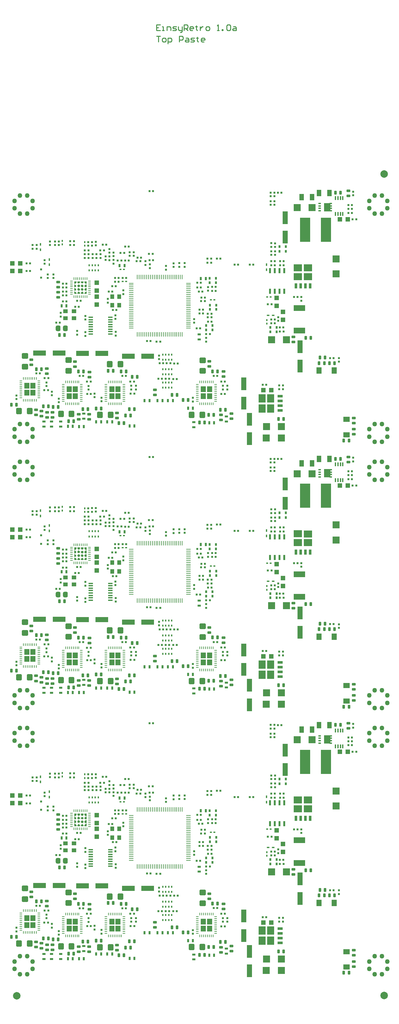
<source format=gtp>
G04 Layer_Color=8421504*
%FSLAX24Y24*%
%MOIN*%
G70*
G01*
G75*
G04:AMPARAMS|DCode=11|XSize=78.7mil|YSize=78.7mil|CornerRadius=39.4mil|HoleSize=0mil|Usage=FLASHONLY|Rotation=90.000|XOffset=0mil|YOffset=0mil|HoleType=Round|Shape=RoundedRectangle|*
%AMROUNDEDRECTD11*
21,1,0.0787,0.0000,0,0,90.0*
21,1,0.0000,0.0787,0,0,90.0*
1,1,0.0787,0.0000,0.0000*
1,1,0.0787,0.0000,0.0000*
1,1,0.0787,0.0000,0.0000*
1,1,0.0787,0.0000,0.0000*
%
%ADD11ROUNDEDRECTD11*%
%ADD12C,0.0100*%
%ADD166R,0.0528X0.0618*%
%ADD167R,0.0752X0.0890*%
%ADD168R,0.0890X0.0752*%
G04:AMPARAMS|DCode=169|XSize=20mil|YSize=22mil|CornerRadius=3.4mil|HoleSize=0mil|Usage=FLASHONLY|Rotation=90.000|XOffset=0mil|YOffset=0mil|HoleType=Round|Shape=RoundedRectangle|*
%AMROUNDEDRECTD169*
21,1,0.0200,0.0152,0,0,90.0*
21,1,0.0132,0.0220,0,0,90.0*
1,1,0.0068,0.0076,0.0066*
1,1,0.0068,0.0076,-0.0066*
1,1,0.0068,-0.0076,-0.0066*
1,1,0.0068,-0.0076,0.0066*
%
%ADD169ROUNDEDRECTD169*%
G04:AMPARAMS|DCode=170|XSize=20mil|YSize=22mil|CornerRadius=3.4mil|HoleSize=0mil|Usage=FLASHONLY|Rotation=180.000|XOffset=0mil|YOffset=0mil|HoleType=Round|Shape=RoundedRectangle|*
%AMROUNDEDRECTD170*
21,1,0.0200,0.0152,0,0,180.0*
21,1,0.0132,0.0220,0,0,180.0*
1,1,0.0068,-0.0066,0.0076*
1,1,0.0068,0.0066,0.0076*
1,1,0.0068,0.0066,-0.0076*
1,1,0.0068,-0.0066,-0.0076*
%
%ADD170ROUNDEDRECTD170*%
%ADD171R,0.0180X0.0260*%
%ADD172R,0.0770X0.0770*%
%ADD173R,0.0770X0.0770*%
%ADD174R,0.0260X0.0180*%
%ADD175O,0.0078X0.0315*%
%ADD176O,0.0315X0.0078*%
G04:AMPARAMS|DCode=177|XSize=27.1mil|YSize=37.4mil|CornerRadius=4.8mil|HoleSize=0mil|Usage=FLASHONLY|Rotation=90.000|XOffset=0mil|YOffset=0mil|HoleType=Round|Shape=RoundedRectangle|*
%AMROUNDEDRECTD177*
21,1,0.0271,0.0277,0,0,90.0*
21,1,0.0175,0.0374,0,0,90.0*
1,1,0.0097,0.0139,0.0087*
1,1,0.0097,0.0139,-0.0087*
1,1,0.0097,-0.0139,-0.0087*
1,1,0.0097,-0.0139,0.0087*
%
%ADD177ROUNDEDRECTD177*%
%ADD178R,0.0689X0.0523*%
G04:AMPARAMS|DCode=179|XSize=27.1mil|YSize=37.4mil|CornerRadius=4.8mil|HoleSize=0mil|Usage=FLASHONLY|Rotation=0.000|XOffset=0mil|YOffset=0mil|HoleType=Round|Shape=RoundedRectangle|*
%AMROUNDEDRECTD179*
21,1,0.0271,0.0277,0,0,0.0*
21,1,0.0175,0.0374,0,0,0.0*
1,1,0.0097,0.0087,-0.0139*
1,1,0.0097,-0.0087,-0.0139*
1,1,0.0097,-0.0087,0.0139*
1,1,0.0097,0.0087,0.0139*
%
%ADD179ROUNDEDRECTD179*%
%ADD180R,0.0244X0.0326*%
%ADD181R,0.0326X0.0244*%
%ADD182R,0.0460X0.0460*%
%ADD183R,0.0460X0.0460*%
%ADD184R,0.0400X0.0500*%
%ADD185R,0.0216X0.0295*%
%ADD186R,0.0220X0.0220*%
%ADD187R,0.1240X0.0610*%
%ADD188R,0.0500X0.0400*%
%ADD189R,0.0523X0.0689*%
%ADD190C,0.0500*%
%ADD191R,0.0220X0.0580*%
%ADD192R,0.0480X0.0130*%
%ADD193R,0.0180X0.0240*%
G04:AMPARAMS|DCode=194|XSize=61mil|YSize=69mil|CornerRadius=14.7mil|HoleSize=0mil|Usage=FLASHONLY|Rotation=90.000|XOffset=0mil|YOffset=0mil|HoleType=Round|Shape=RoundedRectangle|*
%AMROUNDEDRECTD194*
21,1,0.0610,0.0395,0,0,90.0*
21,1,0.0315,0.0690,0,0,90.0*
1,1,0.0295,0.0198,0.0158*
1,1,0.0295,0.0198,-0.0158*
1,1,0.0295,-0.0198,-0.0158*
1,1,0.0295,-0.0198,0.0158*
%
%ADD194ROUNDEDRECTD194*%
G04:AMPARAMS|DCode=195|XSize=61mil|YSize=69mil|CornerRadius=14.7mil|HoleSize=0mil|Usage=FLASHONLY|Rotation=180.000|XOffset=0mil|YOffset=0mil|HoleType=Round|Shape=RoundedRectangle|*
%AMROUNDEDRECTD195*
21,1,0.0610,0.0395,0,0,180.0*
21,1,0.0315,0.0690,0,0,180.0*
1,1,0.0295,-0.0158,0.0198*
1,1,0.0295,0.0158,0.0198*
1,1,0.0295,0.0158,-0.0198*
1,1,0.0295,-0.0158,-0.0198*
%
%ADD195ROUNDEDRECTD195*%
%ADD196R,0.1319X0.0531*%
G04:AMPARAMS|DCode=197|XSize=50mil|YSize=58mil|CornerRadius=12mil|HoleSize=0mil|Usage=FLASHONLY|Rotation=180.000|XOffset=0mil|YOffset=0mil|HoleType=Round|Shape=RoundedRectangle|*
%AMROUNDEDRECTD197*
21,1,0.0500,0.0340,0,0,180.0*
21,1,0.0260,0.0580,0,0,180.0*
1,1,0.0240,-0.0130,0.0170*
1,1,0.0240,0.0130,0.0170*
1,1,0.0240,0.0130,-0.0170*
1,1,0.0240,-0.0130,-0.0170*
%
%ADD197ROUNDEDRECTD197*%
%ADD198R,0.0531X0.1319*%
%ADD199R,0.0540X0.0260*%
%ADD200R,0.0260X0.0540*%
%ADD201R,0.0197X0.0177*%
%ADD202O,0.0078X0.0492*%
%ADD203O,0.0492X0.0078*%
%ADD204R,0.0177X0.0197*%
G04:AMPARAMS|DCode=205|XSize=9mil|YSize=29.5mil|CornerRadius=3.4mil|HoleSize=0mil|Usage=FLASHONLY|Rotation=270.000|XOffset=0mil|YOffset=0mil|HoleType=Round|Shape=RoundedRectangle|*
%AMROUNDEDRECTD205*
21,1,0.0090,0.0227,0,0,270.0*
21,1,0.0022,0.0295,0,0,270.0*
1,1,0.0068,-0.0113,-0.0011*
1,1,0.0068,-0.0113,0.0011*
1,1,0.0068,0.0113,0.0011*
1,1,0.0068,0.0113,-0.0011*
%
%ADD205ROUNDEDRECTD205*%
G04:AMPARAMS|DCode=206|XSize=9mil|YSize=29.5mil|CornerRadius=3.4mil|HoleSize=0mil|Usage=FLASHONLY|Rotation=180.000|XOffset=0mil|YOffset=0mil|HoleType=Round|Shape=RoundedRectangle|*
%AMROUNDEDRECTD206*
21,1,0.0090,0.0227,0,0,180.0*
21,1,0.0022,0.0295,0,0,180.0*
1,1,0.0068,-0.0011,0.0113*
1,1,0.0068,0.0011,0.0113*
1,1,0.0068,0.0011,-0.0113*
1,1,0.0068,-0.0011,-0.0113*
%
%ADD206ROUNDEDRECTD206*%
G04:AMPARAMS|DCode=207|XSize=21.6mil|YSize=22mil|CornerRadius=3.7mil|HoleSize=0mil|Usage=FLASHONLY|Rotation=90.000|XOffset=0mil|YOffset=0mil|HoleType=Round|Shape=RoundedRectangle|*
%AMROUNDEDRECTD207*
21,1,0.0216,0.0146,0,0,90.0*
21,1,0.0142,0.0220,0,0,90.0*
1,1,0.0074,0.0073,0.0071*
1,1,0.0074,0.0073,-0.0071*
1,1,0.0074,-0.0073,-0.0071*
1,1,0.0074,-0.0073,0.0071*
%
%ADD207ROUNDEDRECTD207*%
%ADD208R,0.0492X0.0689*%
%ADD209R,0.0152X0.0433*%
%ADD210R,0.0256X0.0145*%
%ADD211R,0.0708X0.0913*%
%ADD212R,0.1102X0.2578*%
G36*
X10824Y76314D02*
X10725Y76217D01*
X10643D01*
X10549Y76310D01*
Y76443D01*
X10824D01*
Y76314D01*
D02*
G37*
G36*
X10450D02*
X10351Y76217D01*
X10269D01*
X10175Y76310D01*
Y76443D01*
X10450D01*
Y76314D01*
D02*
G37*
G36*
X11159Y76197D02*
X11041D01*
X10913Y76325D01*
Y76443D01*
X11159D01*
Y76197D01*
D02*
G37*
G36*
X10086Y76325D02*
X9958Y76197D01*
X9840D01*
Y76443D01*
X10086D01*
Y76325D01*
D02*
G37*
G36*
X10440Y76020D02*
Y75921D01*
X10362Y75843D01*
X10263D01*
X10175Y75931D01*
Y76010D01*
X10273Y76108D01*
X10352D01*
X10440Y76020D01*
D02*
G37*
G36*
X11159Y75833D02*
X11030D01*
X10932Y75932D01*
Y76014D01*
X11026Y76108D01*
X11159D01*
Y75833D01*
D02*
G37*
G36*
X10824Y76010D02*
Y75931D01*
X10726Y75833D01*
X10647D01*
X10558Y75921D01*
Y76020D01*
X10637Y76099D01*
X10736D01*
X10824Y76010D01*
D02*
G37*
G36*
X10066Y76010D02*
Y75921D01*
X9978Y75833D01*
X9840D01*
Y76108D01*
X9968D01*
X10066Y76010D01*
D02*
G37*
G36*
X10440Y75646D02*
Y75547D01*
X10362Y75469D01*
X10263D01*
X10175Y75557D01*
Y75636D01*
X10273Y75734D01*
X10352D01*
X10440Y75646D01*
D02*
G37*
G36*
X11159Y75459D02*
X11031D01*
X10932Y75557D01*
Y75646D01*
X11021Y75734D01*
X11159D01*
Y75459D01*
D02*
G37*
G36*
X10824Y75636D02*
Y75557D01*
X10726Y75459D01*
X10647D01*
X10558Y75547D01*
Y75646D01*
X10637Y75725D01*
X10736D01*
X10824Y75636D01*
D02*
G37*
G36*
X10066Y75635D02*
Y75554D01*
X9973Y75459D01*
X9840D01*
Y75734D01*
X9969D01*
X10066Y75635D01*
D02*
G37*
G36*
X11159Y75124D02*
X10913D01*
Y75242D01*
X11041Y75370D01*
X11159D01*
Y75124D01*
D02*
G37*
G36*
X10824Y75257D02*
Y75124D01*
X10549D01*
Y75253D01*
X10648Y75351D01*
X10729D01*
X10824Y75257D01*
D02*
G37*
G36*
X10450D02*
Y75124D01*
X10175D01*
Y75253D01*
X10274Y75351D01*
X10355D01*
X10450Y75257D01*
D02*
G37*
G36*
X10086Y75242D02*
Y75124D01*
X9840D01*
Y75370D01*
X9958D01*
X10086Y75242D01*
D02*
G37*
G36*
X10824Y48322D02*
X10725Y48225D01*
X10643D01*
X10549Y48318D01*
Y48451D01*
X10824D01*
Y48322D01*
D02*
G37*
G36*
X10450D02*
X10351Y48225D01*
X10269D01*
X10175Y48318D01*
Y48451D01*
X10450D01*
Y48322D01*
D02*
G37*
G36*
X11159Y48205D02*
X11041D01*
X10913Y48333D01*
Y48451D01*
X11159D01*
Y48205D01*
D02*
G37*
G36*
X10086Y48333D02*
X9958Y48205D01*
X9840D01*
Y48451D01*
X10086D01*
Y48333D01*
D02*
G37*
G36*
X10440Y48028D02*
Y47929D01*
X10362Y47851D01*
X10263D01*
X10175Y47939D01*
Y48018D01*
X10273Y48116D01*
X10352D01*
X10440Y48028D01*
D02*
G37*
G36*
X11159Y47841D02*
X11030D01*
X10932Y47940D01*
Y48021D01*
X11026Y48116D01*
X11159D01*
Y47841D01*
D02*
G37*
G36*
X10824Y48018D02*
Y47939D01*
X10726Y47841D01*
X10647D01*
X10558Y47929D01*
Y48028D01*
X10637Y48106D01*
X10736D01*
X10824Y48018D01*
D02*
G37*
G36*
X10066Y48018D02*
Y47929D01*
X9978Y47841D01*
X9840D01*
Y48116D01*
X9968D01*
X10066Y48018D01*
D02*
G37*
G36*
X10440Y47654D02*
Y47555D01*
X10362Y47477D01*
X10263D01*
X10175Y47565D01*
Y47644D01*
X10273Y47742D01*
X10352D01*
X10440Y47654D01*
D02*
G37*
G36*
X11159Y47467D02*
X11031D01*
X10932Y47565D01*
Y47654D01*
X11021Y47742D01*
X11159D01*
Y47467D01*
D02*
G37*
G36*
X10824Y47644D02*
Y47565D01*
X10726Y47467D01*
X10647D01*
X10558Y47555D01*
Y47654D01*
X10637Y47732D01*
X10736D01*
X10824Y47644D01*
D02*
G37*
G36*
X10066Y47643D02*
Y47561D01*
X9973Y47467D01*
X9840D01*
Y47742D01*
X9969D01*
X10066Y47643D01*
D02*
G37*
G36*
X11159Y47132D02*
X10913D01*
Y47250D01*
X11041Y47378D01*
X11159D01*
Y47132D01*
D02*
G37*
G36*
X10824Y47265D02*
Y47132D01*
X10549D01*
Y47261D01*
X10648Y47358D01*
X10729D01*
X10824Y47265D01*
D02*
G37*
G36*
X10450D02*
Y47132D01*
X10175D01*
Y47261D01*
X10274Y47358D01*
X10355D01*
X10450Y47265D01*
D02*
G37*
G36*
X10086Y47250D02*
Y47132D01*
X9840D01*
Y47378D01*
X9958D01*
X10086Y47250D01*
D02*
G37*
G36*
X10824Y20330D02*
X10725Y20232D01*
X10643D01*
X10549Y20326D01*
Y20459D01*
X10824D01*
Y20330D01*
D02*
G37*
G36*
X10450D02*
X10351Y20232D01*
X10269D01*
X10175Y20326D01*
Y20459D01*
X10450D01*
Y20330D01*
D02*
G37*
G36*
X11159Y20213D02*
X11041D01*
X10913Y20341D01*
Y20459D01*
X11159D01*
Y20213D01*
D02*
G37*
G36*
X10086Y20341D02*
X9958Y20213D01*
X9840D01*
Y20459D01*
X10086D01*
Y20341D01*
D02*
G37*
G36*
X10440Y20036D02*
Y19937D01*
X10362Y19858D01*
X10263D01*
X10175Y19947D01*
Y20026D01*
X10273Y20124D01*
X10352D01*
X10440Y20036D01*
D02*
G37*
G36*
X11159Y19849D02*
X11030D01*
X10932Y19948D01*
Y20029D01*
X11026Y20124D01*
X11159D01*
Y19849D01*
D02*
G37*
G36*
X10824Y20026D02*
Y19947D01*
X10726Y19849D01*
X10647D01*
X10558Y19937D01*
Y20036D01*
X10637Y20114D01*
X10736D01*
X10824Y20026D01*
D02*
G37*
G36*
X10066Y20026D02*
Y19937D01*
X9978Y19849D01*
X9840D01*
Y20124D01*
X9968D01*
X10066Y20026D01*
D02*
G37*
G36*
X10440Y19662D02*
Y19563D01*
X10362Y19484D01*
X10263D01*
X10175Y19573D01*
Y19652D01*
X10273Y19750D01*
X10352D01*
X10440Y19662D01*
D02*
G37*
G36*
X11159Y19475D02*
X11031D01*
X10932Y19573D01*
Y19662D01*
X11021Y19750D01*
X11159D01*
Y19475D01*
D02*
G37*
G36*
X10824Y19652D02*
Y19573D01*
X10726Y19475D01*
X10647D01*
X10558Y19563D01*
Y19662D01*
X10637Y19740D01*
X10736D01*
X10824Y19652D01*
D02*
G37*
G36*
X10066Y19651D02*
Y19569D01*
X9973Y19475D01*
X9840D01*
Y19750D01*
X9969D01*
X10066Y19651D01*
D02*
G37*
G36*
X11159Y19140D02*
X10913D01*
Y19258D01*
X11041Y19386D01*
X11159D01*
Y19140D01*
D02*
G37*
G36*
X10824Y19273D02*
Y19140D01*
X10549D01*
Y19269D01*
X10648Y19366D01*
X10729D01*
X10824Y19273D01*
D02*
G37*
G36*
X10450D02*
Y19140D01*
X10175D01*
Y19269D01*
X10274Y19366D01*
X10355D01*
X10450Y19273D01*
D02*
G37*
G36*
X10086Y19258D02*
Y19140D01*
X9840D01*
Y19386D01*
X9958D01*
X10086Y19258D01*
D02*
G37*
G54D11*
X42528Y87726D02*
D03*
Y1328D02*
D03*
X3789Y1289D02*
D03*
G54D12*
X18528Y102228D02*
X18928D01*
X18728D01*
Y101628D01*
X19228D02*
X19428D01*
X19528Y101728D01*
Y101928D01*
X19428Y102028D01*
X19228D01*
X19128Y101928D01*
Y101728D01*
X19228Y101628D01*
X19728Y101428D02*
Y102028D01*
X20028D01*
X20128Y101928D01*
Y101728D01*
X20028Y101628D01*
X19728D01*
X20928D02*
Y102228D01*
X21227D01*
X21327Y102128D01*
Y101928D01*
X21227Y101828D01*
X20928D01*
X21627Y102028D02*
X21827D01*
X21927Y101928D01*
Y101628D01*
X21627D01*
X21527Y101728D01*
X21627Y101828D01*
X21927D01*
X22127Y101628D02*
X22427D01*
X22527Y101728D01*
X22427Y101828D01*
X22227D01*
X22127Y101928D01*
X22227Y102028D01*
X22527D01*
X22827Y102128D02*
Y102028D01*
X22727D01*
X22927D01*
X22827D01*
Y101728D01*
X22927Y101628D01*
X23527D02*
X23327D01*
X23227Y101728D01*
Y101928D01*
X23327Y102028D01*
X23527D01*
X23627Y101928D01*
Y101828D01*
X23227D01*
X18928Y103428D02*
X18528D01*
Y102828D01*
X18928D01*
X18528Y103128D02*
X18728D01*
X19128Y102828D02*
X19328D01*
X19228D01*
Y103228D01*
X19128D01*
X19628Y102828D02*
Y103228D01*
X19928D01*
X20028Y103128D01*
Y102828D01*
X20228D02*
X20528D01*
X20628Y102928D01*
X20528Y103028D01*
X20328D01*
X20228Y103128D01*
X20328Y103228D01*
X20628D01*
X20828D02*
Y102928D01*
X20928Y102828D01*
X21227D01*
Y102728D01*
X21128Y102628D01*
X21028D01*
X21227Y102828D02*
Y103228D01*
X21427Y102828D02*
Y103428D01*
X21727D01*
X21827Y103328D01*
Y103128D01*
X21727Y103028D01*
X21427D01*
X21627D02*
X21827Y102828D01*
X22327D02*
X22127D01*
X22027Y102928D01*
Y103128D01*
X22127Y103228D01*
X22327D01*
X22427Y103128D01*
Y103028D01*
X22027D01*
X22727Y103328D02*
Y103228D01*
X22627D01*
X22827D01*
X22727D01*
Y102928D01*
X22827Y102828D01*
X23127Y103228D02*
Y102828D01*
Y103028D01*
X23227Y103128D01*
X23327Y103228D01*
X23427D01*
X23827Y102828D02*
X24027D01*
X24127Y102928D01*
Y103128D01*
X24027Y103228D01*
X23827D01*
X23727Y103128D01*
Y102928D01*
X23827Y102828D01*
X24926D02*
X25126D01*
X25026D01*
Y103428D01*
X24926Y103328D01*
X25426Y102828D02*
Y102928D01*
X25526D01*
Y102828D01*
X25426D01*
X25926Y103328D02*
X26026Y103428D01*
X26226D01*
X26326Y103328D01*
Y102928D01*
X26226Y102828D01*
X26026D01*
X25926Y102928D01*
Y103328D01*
X26626Y103228D02*
X26826D01*
X26926Y103128D01*
Y102828D01*
X26626D01*
X26526Y102928D01*
X26626Y103028D01*
X26926D01*
G54D166*
X23466Y8372D02*
D03*
X24112Y9108D02*
D03*
X23467Y9108D02*
D03*
X24112Y8371D02*
D03*
X14472D02*
D03*
X13827Y9108D02*
D03*
X14472Y9108D02*
D03*
X13826Y8372D02*
D03*
X9326D02*
D03*
X9972Y9108D02*
D03*
X9327Y9108D02*
D03*
X9972Y8371D02*
D03*
X5498Y8731D02*
D03*
X4853Y9468D02*
D03*
X5498Y9468D02*
D03*
X4852Y8732D02*
D03*
X23466Y36364D02*
D03*
X24112Y37100D02*
D03*
X23467Y37100D02*
D03*
X24112Y36364D02*
D03*
X14472D02*
D03*
X13827Y37100D02*
D03*
X14472Y37100D02*
D03*
X13826Y36364D02*
D03*
X9326D02*
D03*
X9972Y37100D02*
D03*
X9327Y37100D02*
D03*
X9972Y36364D02*
D03*
X5498Y36724D02*
D03*
X4853Y37460D02*
D03*
X5498Y37460D02*
D03*
X4852Y36724D02*
D03*
X23466Y64356D02*
D03*
X24112Y65093D02*
D03*
X23467Y65092D02*
D03*
X24112Y64356D02*
D03*
X14472D02*
D03*
X13827Y65092D02*
D03*
X14472Y65093D02*
D03*
X13826Y64356D02*
D03*
X9326D02*
D03*
X9972Y65093D02*
D03*
X9327Y65092D02*
D03*
X9972Y64356D02*
D03*
X5498Y64716D02*
D03*
X4853Y65452D02*
D03*
X5498Y65453D02*
D03*
X4852Y64716D02*
D03*
G54D167*
X29646Y7084D02*
D03*
X29646Y8148D02*
D03*
X30572Y8148D02*
D03*
X30572Y7084D02*
D03*
X29646Y35076D02*
D03*
X29646Y36140D02*
D03*
X30572Y36140D02*
D03*
X30572Y35076D02*
D03*
X29646Y63068D02*
D03*
X29646Y64132D02*
D03*
X30572Y64132D02*
D03*
X30572Y63068D02*
D03*
G54D168*
X33429Y20963D02*
D03*
X34493Y20963D02*
D03*
X34493Y21888D02*
D03*
X33429Y21888D02*
D03*
Y48955D02*
D03*
X34493Y48955D02*
D03*
X34493Y49880D02*
D03*
X33429Y49881D02*
D03*
Y76947D02*
D03*
X34493Y76947D02*
D03*
X34493Y77872D02*
D03*
X33429Y77873D02*
D03*
G54D169*
X13572Y22693D02*
D03*
Y23072D02*
D03*
X12195Y22921D02*
D03*
Y23300D02*
D03*
X10965Y22921D02*
D03*
Y23300D02*
D03*
X11317Y24587D02*
D03*
Y24208D02*
D03*
X8228Y24657D02*
D03*
Y24279D02*
D03*
X12139Y24609D02*
D03*
Y24232D02*
D03*
X7289Y24659D02*
D03*
Y24282D02*
D03*
X17819Y22238D02*
D03*
Y21859D02*
D03*
X15704Y23130D02*
D03*
Y23509D02*
D03*
X20329Y21980D02*
D03*
Y22359D02*
D03*
X20909Y21990D02*
D03*
Y22369D02*
D03*
X21479Y21990D02*
D03*
Y22369D02*
D03*
X13979Y23099D02*
D03*
Y23478D02*
D03*
X18782Y12651D02*
D03*
Y12272D02*
D03*
X30614Y23618D02*
D03*
Y23239D02*
D03*
X7489Y8480D02*
D03*
Y8859D02*
D03*
X5879Y23889D02*
D03*
Y24268D02*
D03*
X6729Y22680D02*
D03*
Y22301D02*
D03*
X33799Y18430D02*
D03*
Y18809D02*
D03*
X31369Y16688D02*
D03*
Y16309D02*
D03*
X7645Y21188D02*
D03*
Y20809D02*
D03*
X17369Y22189D02*
D03*
Y22568D02*
D03*
X24339Y17059D02*
D03*
Y16680D02*
D03*
X23769Y14498D02*
D03*
Y14119D02*
D03*
X23969Y19479D02*
D03*
Y19858D02*
D03*
X39272Y29892D02*
D03*
Y29513D02*
D03*
X11979Y8280D02*
D03*
Y8659D02*
D03*
X16349Y9469D02*
D03*
Y9090D02*
D03*
X25999D02*
D03*
Y9469D02*
D03*
X11364Y23298D02*
D03*
Y22921D02*
D03*
X11774Y23298D02*
D03*
Y22921D02*
D03*
X13150Y23074D02*
D03*
Y22697D02*
D03*
X13979Y22699D02*
D03*
Y22320D02*
D03*
X16114Y23509D02*
D03*
Y23130D02*
D03*
X31024Y23618D02*
D03*
Y23239D02*
D03*
X23929Y17059D02*
D03*
Y16680D02*
D03*
X30952Y29782D02*
D03*
Y29403D02*
D03*
X30552Y29782D02*
D03*
Y29403D02*
D03*
X30619Y24084D02*
D03*
Y24463D02*
D03*
X10152Y14862D02*
D03*
Y15241D02*
D03*
X13563Y23850D02*
D03*
Y23471D02*
D03*
X11733Y24211D02*
D03*
Y24590D02*
D03*
X7815Y24657D02*
D03*
Y24279D02*
D03*
X12608Y22921D02*
D03*
Y23300D02*
D03*
X3759Y8449D02*
D03*
Y8072D02*
D03*
X6909Y9826D02*
D03*
Y9449D02*
D03*
X15029Y19119D02*
D03*
Y19496D02*
D03*
X22499Y16115D02*
D03*
Y16492D02*
D03*
X5469Y24266D02*
D03*
Y23889D02*
D03*
X8429Y17139D02*
D03*
Y16762D02*
D03*
X13379Y18229D02*
D03*
Y18606D02*
D03*
X19529Y22069D02*
D03*
Y21692D02*
D03*
X11036Y14727D02*
D03*
Y15104D02*
D03*
X14215Y15133D02*
D03*
Y14756D02*
D03*
X14205Y16882D02*
D03*
Y16505D02*
D03*
X11026Y16446D02*
D03*
Y16823D02*
D03*
X7045Y20812D02*
D03*
Y21189D02*
D03*
X11369Y9456D02*
D03*
Y9079D02*
D03*
X8219Y8109D02*
D03*
Y7732D02*
D03*
X15869Y9089D02*
D03*
Y9466D02*
D03*
X12729Y8219D02*
D03*
Y7842D02*
D03*
X25519Y9466D02*
D03*
Y9089D02*
D03*
X22369Y8199D02*
D03*
Y7822D02*
D03*
X31019Y24461D02*
D03*
Y24084D02*
D03*
X30959Y28879D02*
D03*
Y28500D02*
D03*
X30549Y28879D02*
D03*
Y28500D02*
D03*
X13572Y50685D02*
D03*
Y51064D02*
D03*
X12195Y50913D02*
D03*
Y51292D02*
D03*
X10965Y50913D02*
D03*
Y51292D02*
D03*
X11317Y52579D02*
D03*
Y52200D02*
D03*
X8228Y52650D02*
D03*
Y52271D02*
D03*
X12139Y52601D02*
D03*
Y52224D02*
D03*
X7289Y52652D02*
D03*
Y52274D02*
D03*
X17819Y50230D02*
D03*
Y49851D02*
D03*
X15704Y51123D02*
D03*
Y51501D02*
D03*
X20329Y49973D02*
D03*
Y50352D02*
D03*
X20909Y49983D02*
D03*
Y50361D02*
D03*
X21479Y49983D02*
D03*
Y50361D02*
D03*
X13979Y51091D02*
D03*
Y51470D02*
D03*
X18782Y40643D02*
D03*
Y40264D02*
D03*
X30614Y51610D02*
D03*
Y51231D02*
D03*
X7489Y36473D02*
D03*
Y36851D02*
D03*
X5879Y51881D02*
D03*
Y52260D02*
D03*
X6729Y50673D02*
D03*
Y50294D02*
D03*
X33799Y46422D02*
D03*
Y46801D02*
D03*
X31369Y44680D02*
D03*
Y44302D02*
D03*
X7645Y49181D02*
D03*
Y48802D02*
D03*
X17369Y50181D02*
D03*
Y50560D02*
D03*
X24339Y45051D02*
D03*
Y44673D02*
D03*
X23769Y42490D02*
D03*
Y42112D02*
D03*
X23969Y47471D02*
D03*
Y47850D02*
D03*
X39272Y57884D02*
D03*
Y57505D02*
D03*
X11979Y36273D02*
D03*
Y36651D02*
D03*
X16349Y37462D02*
D03*
Y37083D02*
D03*
X25999D02*
D03*
Y37462D02*
D03*
X11364Y51290D02*
D03*
Y50913D02*
D03*
X11774Y51290D02*
D03*
Y50913D02*
D03*
X13150Y51066D02*
D03*
Y50689D02*
D03*
X13979Y50691D02*
D03*
Y50313D02*
D03*
X16114Y51501D02*
D03*
Y51123D02*
D03*
X31024Y51610D02*
D03*
Y51231D02*
D03*
X23929Y45051D02*
D03*
Y44673D02*
D03*
X30952Y57774D02*
D03*
Y57395D02*
D03*
X30552Y57774D02*
D03*
Y57395D02*
D03*
X30619Y52077D02*
D03*
Y52456D02*
D03*
X10152Y42854D02*
D03*
Y43233D02*
D03*
X13563Y51843D02*
D03*
Y51464D02*
D03*
X11733Y52203D02*
D03*
Y52582D02*
D03*
X7815Y52650D02*
D03*
Y52271D02*
D03*
X12608Y50913D02*
D03*
Y51292D02*
D03*
X3759Y36442D02*
D03*
Y36065D02*
D03*
X6909Y37819D02*
D03*
Y37441D02*
D03*
X15029Y47112D02*
D03*
Y47488D02*
D03*
X22499Y44107D02*
D03*
Y44484D02*
D03*
X5469Y52259D02*
D03*
Y51881D02*
D03*
X8429Y45132D02*
D03*
Y44755D02*
D03*
X13379Y46221D02*
D03*
Y46599D02*
D03*
X19529Y50061D02*
D03*
Y49685D02*
D03*
X11036Y42719D02*
D03*
Y43096D02*
D03*
X14215Y43125D02*
D03*
Y42748D02*
D03*
X14205Y44875D02*
D03*
Y44498D02*
D03*
X11026Y44439D02*
D03*
Y44816D02*
D03*
X7045Y48804D02*
D03*
Y49181D02*
D03*
X11369Y37448D02*
D03*
Y37071D02*
D03*
X8219Y36102D02*
D03*
Y35724D02*
D03*
X15869Y37081D02*
D03*
Y37459D02*
D03*
X12729Y36212D02*
D03*
Y35835D02*
D03*
X25519Y37459D02*
D03*
Y37081D02*
D03*
X22369Y36191D02*
D03*
Y35814D02*
D03*
X31019Y52454D02*
D03*
Y52077D02*
D03*
X30959Y56872D02*
D03*
Y56493D02*
D03*
X30549Y56872D02*
D03*
Y56493D02*
D03*
X13572Y78677D02*
D03*
Y79056D02*
D03*
X12195Y78906D02*
D03*
Y79284D02*
D03*
X10965Y78905D02*
D03*
Y79284D02*
D03*
X11317Y80571D02*
D03*
Y80192D02*
D03*
X8228Y80642D02*
D03*
Y80263D02*
D03*
X12139Y80594D02*
D03*
Y80217D02*
D03*
X7289Y80644D02*
D03*
Y80267D02*
D03*
X17819Y78223D02*
D03*
Y77844D02*
D03*
X15704Y79115D02*
D03*
Y79494D02*
D03*
X20329Y77965D02*
D03*
Y78344D02*
D03*
X20909Y77975D02*
D03*
Y78354D02*
D03*
X21479Y77975D02*
D03*
Y78354D02*
D03*
X13979Y79084D02*
D03*
Y79463D02*
D03*
X18782Y68635D02*
D03*
Y68256D02*
D03*
X30614Y79603D02*
D03*
Y79224D02*
D03*
X7489Y64465D02*
D03*
Y64844D02*
D03*
X5879Y79874D02*
D03*
Y80253D02*
D03*
X6729Y78665D02*
D03*
Y78286D02*
D03*
X33799Y74414D02*
D03*
Y74793D02*
D03*
X31369Y72673D02*
D03*
Y72294D02*
D03*
X7645Y77173D02*
D03*
Y76794D02*
D03*
X17369Y78174D02*
D03*
Y78553D02*
D03*
X24339Y73044D02*
D03*
Y72665D02*
D03*
X23769Y70483D02*
D03*
Y70104D02*
D03*
X23969Y75464D02*
D03*
Y75843D02*
D03*
X39272Y85876D02*
D03*
Y85497D02*
D03*
X11979Y64265D02*
D03*
Y64644D02*
D03*
X16349Y65454D02*
D03*
Y65075D02*
D03*
X25999D02*
D03*
Y65454D02*
D03*
X11364Y79282D02*
D03*
Y78905D02*
D03*
X11774Y79282D02*
D03*
Y78905D02*
D03*
X13150Y79058D02*
D03*
Y78681D02*
D03*
X13979Y78684D02*
D03*
Y78305D02*
D03*
X16114Y79494D02*
D03*
Y79115D02*
D03*
X31024Y79603D02*
D03*
Y79224D02*
D03*
X23929Y73044D02*
D03*
Y72665D02*
D03*
X30952Y85766D02*
D03*
Y85387D02*
D03*
X30552Y85766D02*
D03*
Y85387D02*
D03*
X30619Y80069D02*
D03*
Y80448D02*
D03*
X10152Y70846D02*
D03*
Y71225D02*
D03*
X13563Y79835D02*
D03*
Y79456D02*
D03*
X11733Y80195D02*
D03*
Y80574D02*
D03*
X7815Y80642D02*
D03*
Y80263D02*
D03*
X12608Y78906D02*
D03*
Y79284D02*
D03*
X3759Y64434D02*
D03*
Y64057D02*
D03*
X6909Y65811D02*
D03*
Y65434D02*
D03*
X15029Y75104D02*
D03*
Y75481D02*
D03*
X22499Y72099D02*
D03*
Y72476D02*
D03*
X5469Y80251D02*
D03*
Y79874D02*
D03*
X8429Y73124D02*
D03*
Y72747D02*
D03*
X13379Y74214D02*
D03*
Y74591D02*
D03*
X19529Y78054D02*
D03*
Y77677D02*
D03*
X11036Y70711D02*
D03*
Y71088D02*
D03*
X14215Y71117D02*
D03*
Y70740D02*
D03*
X14205Y72867D02*
D03*
Y72490D02*
D03*
X11026Y72431D02*
D03*
Y72808D02*
D03*
X7045Y76797D02*
D03*
Y77174D02*
D03*
X11369Y65441D02*
D03*
Y65064D02*
D03*
X8219Y64094D02*
D03*
Y63717D02*
D03*
X15869Y65074D02*
D03*
Y65451D02*
D03*
X12729Y64204D02*
D03*
Y63827D02*
D03*
X25519Y65451D02*
D03*
Y65074D02*
D03*
X22369Y64184D02*
D03*
Y63807D02*
D03*
X31019Y80446D02*
D03*
Y80069D02*
D03*
X30959Y84864D02*
D03*
Y84485D02*
D03*
X30549Y84864D02*
D03*
Y84485D02*
D03*
G54D170*
X13229Y24319D02*
D03*
X12852D02*
D03*
X12601Y23699D02*
D03*
X12978D02*
D03*
X9809Y24689D02*
D03*
X9432D02*
D03*
X15325Y20812D02*
D03*
X14946D02*
D03*
X14149Y20419D02*
D03*
X14526D02*
D03*
X15215Y24104D02*
D03*
X15594D02*
D03*
X24880Y22859D02*
D03*
X25259D02*
D03*
X14730Y23459D02*
D03*
X15109D02*
D03*
X15210Y22649D02*
D03*
X15589D02*
D03*
X17730Y23339D02*
D03*
X18109D02*
D03*
X18171Y22667D02*
D03*
X17792D02*
D03*
X17507Y14179D02*
D03*
X17886D02*
D03*
X13860Y19949D02*
D03*
X14239D02*
D03*
X16510Y22959D02*
D03*
X16889D02*
D03*
X23040Y17074D02*
D03*
X23419D02*
D03*
X23040Y17464D02*
D03*
X23419D02*
D03*
X22760Y15514D02*
D03*
X23139D02*
D03*
X4823Y22349D02*
D03*
X5202D02*
D03*
X30992Y22142D02*
D03*
X30613D02*
D03*
X31543D02*
D03*
X31922D02*
D03*
X30612Y22572D02*
D03*
X30991D02*
D03*
X24389Y19459D02*
D03*
X24768D02*
D03*
X4820Y21539D02*
D03*
X5199D02*
D03*
X24319Y16229D02*
D03*
X23940D02*
D03*
X30098Y9569D02*
D03*
X29719D02*
D03*
X31849Y9509D02*
D03*
X31470D02*
D03*
X31852Y9104D02*
D03*
X31473D02*
D03*
X33396Y18799D02*
D03*
X33017D02*
D03*
X39200Y26978D02*
D03*
X39579D02*
D03*
X8660Y19389D02*
D03*
X9039D02*
D03*
Y19799D02*
D03*
X8660D02*
D03*
X30652Y18032D02*
D03*
X30273D02*
D03*
X24768Y19879D02*
D03*
X24389D02*
D03*
X31921Y22572D02*
D03*
X31542D02*
D03*
X39135Y27652D02*
D03*
X38756D02*
D03*
X16818Y22569D02*
D03*
X16439D02*
D03*
X30610Y16459D02*
D03*
X30989D02*
D03*
X30988Y16059D02*
D03*
X30609D02*
D03*
X23618Y18369D02*
D03*
X23239D02*
D03*
X24149Y14899D02*
D03*
X23770D02*
D03*
X31908Y15179D02*
D03*
X31529D02*
D03*
X14152Y20807D02*
D03*
X14531D02*
D03*
X11341Y23711D02*
D03*
X10962D02*
D03*
X9036Y18349D02*
D03*
X8659D02*
D03*
X31706Y29779D02*
D03*
X31329D02*
D03*
X17789Y29959D02*
D03*
X18166D02*
D03*
X7109Y10279D02*
D03*
X6732D02*
D03*
X6226Y10769D02*
D03*
X5849D02*
D03*
X6699Y8999D02*
D03*
X7076D02*
D03*
X22827Y19806D02*
D03*
X23204D02*
D03*
X18916Y14117D02*
D03*
X18539D02*
D03*
X8339Y16099D02*
D03*
X7962D02*
D03*
X9036Y18989D02*
D03*
X8659D02*
D03*
X13859Y19364D02*
D03*
X13482D02*
D03*
X9036Y20229D02*
D03*
X8659D02*
D03*
X9962Y17769D02*
D03*
X10339D02*
D03*
X10146Y18417D02*
D03*
X10523D02*
D03*
X14296Y17451D02*
D03*
X13919D02*
D03*
X22985Y19392D02*
D03*
X23362D02*
D03*
X22822Y20319D02*
D03*
X23199D02*
D03*
X20764Y11828D02*
D03*
X20387D02*
D03*
X20277Y10194D02*
D03*
X20654D02*
D03*
X19606Y11838D02*
D03*
X19983D02*
D03*
X19873Y10204D02*
D03*
X19496D02*
D03*
X18858Y11838D02*
D03*
X19235D02*
D03*
X19096Y10204D02*
D03*
X18719D02*
D03*
X23619Y18749D02*
D03*
X23242D02*
D03*
X11583Y9919D02*
D03*
X11206D02*
D03*
X10786Y10509D02*
D03*
X10409D02*
D03*
X11209Y8619D02*
D03*
X11586D02*
D03*
X15772Y9929D02*
D03*
X16149D02*
D03*
X15296Y10509D02*
D03*
X14919D02*
D03*
X16176Y8639D02*
D03*
X15799D02*
D03*
X25729Y9929D02*
D03*
X25352D02*
D03*
X24926Y10519D02*
D03*
X24549D02*
D03*
X25359Y8599D02*
D03*
X25736D02*
D03*
X31529Y15609D02*
D03*
X31906D02*
D03*
X9436Y24278D02*
D03*
X9815D02*
D03*
X14429Y22659D02*
D03*
X14808D02*
D03*
X37191Y12392D02*
D03*
X36812D02*
D03*
X39135Y28479D02*
D03*
X38756D02*
D03*
X39133Y28065D02*
D03*
X38756D02*
D03*
X27138Y22199D02*
D03*
X26759D02*
D03*
X28359D02*
D03*
X28738D02*
D03*
X24278Y22429D02*
D03*
X23899D02*
D03*
X24279Y22839D02*
D03*
X23900D02*
D03*
X13229Y52312D02*
D03*
X12852D02*
D03*
X12601Y51691D02*
D03*
X12978D02*
D03*
X9809Y52681D02*
D03*
X9432D02*
D03*
X15325Y48804D02*
D03*
X14946D02*
D03*
X14149Y48411D02*
D03*
X14526D02*
D03*
X15215Y52096D02*
D03*
X15594D02*
D03*
X24880Y50851D02*
D03*
X25259D02*
D03*
X14730Y51452D02*
D03*
X15109D02*
D03*
X15210Y50641D02*
D03*
X15589D02*
D03*
X17730Y51332D02*
D03*
X18109D02*
D03*
X18171Y50659D02*
D03*
X17792D02*
D03*
X17507Y42172D02*
D03*
X17886D02*
D03*
X13860Y47941D02*
D03*
X14239D02*
D03*
X16510Y50951D02*
D03*
X16889D02*
D03*
X23040Y45067D02*
D03*
X23419D02*
D03*
X23040Y45457D02*
D03*
X23419D02*
D03*
X22760Y43507D02*
D03*
X23139D02*
D03*
X4823Y50342D02*
D03*
X5202D02*
D03*
X30992Y50134D02*
D03*
X30613D02*
D03*
X31543D02*
D03*
X31922D02*
D03*
X30612Y50564D02*
D03*
X30991D02*
D03*
X24389Y47452D02*
D03*
X24768D02*
D03*
X4820Y49531D02*
D03*
X5199D02*
D03*
X24319Y44222D02*
D03*
X23940D02*
D03*
X30098Y37562D02*
D03*
X29719D02*
D03*
X31849Y37501D02*
D03*
X31470D02*
D03*
X31852Y37096D02*
D03*
X31473D02*
D03*
X33396Y46791D02*
D03*
X33017D02*
D03*
X39200Y54970D02*
D03*
X39579D02*
D03*
X8660Y47382D02*
D03*
X9039D02*
D03*
Y47792D02*
D03*
X8660D02*
D03*
X30652Y46024D02*
D03*
X30273D02*
D03*
X24768Y47871D02*
D03*
X24389D02*
D03*
X31921Y50564D02*
D03*
X31542D02*
D03*
X39135Y55644D02*
D03*
X38756D02*
D03*
X16818Y50561D02*
D03*
X16439D02*
D03*
X30610Y44451D02*
D03*
X30989D02*
D03*
X30988Y44051D02*
D03*
X30609D02*
D03*
X23618Y46361D02*
D03*
X23239D02*
D03*
X24149Y42892D02*
D03*
X23770D02*
D03*
X31908Y43172D02*
D03*
X31529D02*
D03*
X14152Y48799D02*
D03*
X14531D02*
D03*
X11341Y51703D02*
D03*
X10962D02*
D03*
X9036Y46342D02*
D03*
X8659D02*
D03*
X31706Y57772D02*
D03*
X31329D02*
D03*
X17789Y57951D02*
D03*
X18166D02*
D03*
X7109Y38272D02*
D03*
X6732D02*
D03*
X6226Y38761D02*
D03*
X5849D02*
D03*
X6699Y36992D02*
D03*
X7076D02*
D03*
X22827Y47798D02*
D03*
X23204D02*
D03*
X18916Y42109D02*
D03*
X18539D02*
D03*
X8339Y44092D02*
D03*
X7962D02*
D03*
X9036Y46982D02*
D03*
X8659D02*
D03*
X13859Y47357D02*
D03*
X13482D02*
D03*
X9036Y48222D02*
D03*
X8659D02*
D03*
X9962Y45761D02*
D03*
X10339D02*
D03*
X10146Y46409D02*
D03*
X10523D02*
D03*
X14296Y45444D02*
D03*
X13919D02*
D03*
X22985Y47384D02*
D03*
X23362D02*
D03*
X22822Y48312D02*
D03*
X23199D02*
D03*
X20764Y39820D02*
D03*
X20387D02*
D03*
X20277Y38186D02*
D03*
X20654D02*
D03*
X19606Y39830D02*
D03*
X19983D02*
D03*
X19873Y38196D02*
D03*
X19496D02*
D03*
X18858Y39830D02*
D03*
X19235D02*
D03*
X19096Y38196D02*
D03*
X18719D02*
D03*
X23619Y46741D02*
D03*
X23242D02*
D03*
X11583Y37912D02*
D03*
X11206D02*
D03*
X10786Y38502D02*
D03*
X10409D02*
D03*
X11209Y36611D02*
D03*
X11586D02*
D03*
X15772Y37922D02*
D03*
X16149D02*
D03*
X15296Y38502D02*
D03*
X14919D02*
D03*
X16176Y36632D02*
D03*
X15799D02*
D03*
X25729Y37922D02*
D03*
X25352D02*
D03*
X24926Y38512D02*
D03*
X24549D02*
D03*
X25359Y36591D02*
D03*
X25736D02*
D03*
X31529Y43601D02*
D03*
X31906D02*
D03*
X9436Y52270D02*
D03*
X9815D02*
D03*
X14429Y50651D02*
D03*
X14808D02*
D03*
X37191Y40384D02*
D03*
X36812D02*
D03*
X39135Y56471D02*
D03*
X38756D02*
D03*
X39133Y56057D02*
D03*
X38756D02*
D03*
X27138Y50191D02*
D03*
X26759D02*
D03*
X28359D02*
D03*
X28738D02*
D03*
X24278Y50422D02*
D03*
X23899D02*
D03*
X24279Y50831D02*
D03*
X23900D02*
D03*
X13229Y80304D02*
D03*
X12852D02*
D03*
X12601Y79684D02*
D03*
X12978D02*
D03*
X9809Y80674D02*
D03*
X9432D02*
D03*
X15325Y76796D02*
D03*
X14946D02*
D03*
X14149Y76404D02*
D03*
X14526D02*
D03*
X15215Y80089D02*
D03*
X15594D02*
D03*
X24880Y78844D02*
D03*
X25259D02*
D03*
X14730Y79444D02*
D03*
X15109D02*
D03*
X15210Y78634D02*
D03*
X15589D02*
D03*
X17730Y79324D02*
D03*
X18109D02*
D03*
X18171Y78652D02*
D03*
X17792D02*
D03*
X17507Y70164D02*
D03*
X17886D02*
D03*
X13860Y75934D02*
D03*
X14239D02*
D03*
X16510Y78944D02*
D03*
X16889D02*
D03*
X23040Y73059D02*
D03*
X23419D02*
D03*
X23040Y73449D02*
D03*
X23419D02*
D03*
X22760Y71499D02*
D03*
X23139D02*
D03*
X4823Y78334D02*
D03*
X5202D02*
D03*
X30992Y78126D02*
D03*
X30613D02*
D03*
X31543D02*
D03*
X31922D02*
D03*
X30612Y78556D02*
D03*
X30991D02*
D03*
X24389Y75444D02*
D03*
X24768D02*
D03*
X4820Y77524D02*
D03*
X5199D02*
D03*
X24319Y72214D02*
D03*
X23940D02*
D03*
X30098Y65554D02*
D03*
X29719D02*
D03*
X31849Y65494D02*
D03*
X31470D02*
D03*
X31852Y65089D02*
D03*
X31473D02*
D03*
X33396Y74783D02*
D03*
X33017D02*
D03*
X39200Y82963D02*
D03*
X39579D02*
D03*
X8660Y75374D02*
D03*
X9039D02*
D03*
Y75784D02*
D03*
X8660D02*
D03*
X30652Y74016D02*
D03*
X30273D02*
D03*
X24768Y75864D02*
D03*
X24389D02*
D03*
X31921Y78556D02*
D03*
X31542D02*
D03*
X39135Y83636D02*
D03*
X38756D02*
D03*
X16818Y78554D02*
D03*
X16439D02*
D03*
X30610Y72444D02*
D03*
X30989D02*
D03*
X30988Y72044D02*
D03*
X30609D02*
D03*
X23618Y74354D02*
D03*
X23239D02*
D03*
X24149Y70884D02*
D03*
X23770D02*
D03*
X31908Y71164D02*
D03*
X31529D02*
D03*
X14152Y76791D02*
D03*
X14531D02*
D03*
X11341Y79695D02*
D03*
X10962D02*
D03*
X9036Y74334D02*
D03*
X8659D02*
D03*
X31706Y85764D02*
D03*
X31329D02*
D03*
X17789Y85944D02*
D03*
X18166D02*
D03*
X7109Y66264D02*
D03*
X6732D02*
D03*
X6226Y66754D02*
D03*
X5849D02*
D03*
X6699Y64984D02*
D03*
X7076D02*
D03*
X22827Y75790D02*
D03*
X23204D02*
D03*
X18916Y70102D02*
D03*
X18539D02*
D03*
X8339Y72084D02*
D03*
X7962D02*
D03*
X9036Y74974D02*
D03*
X8659D02*
D03*
X13859Y75349D02*
D03*
X13482D02*
D03*
X9036Y76214D02*
D03*
X8659D02*
D03*
X9962Y73754D02*
D03*
X10339D02*
D03*
X10146Y74401D02*
D03*
X10523D02*
D03*
X14296Y73436D02*
D03*
X13919D02*
D03*
X22985Y75377D02*
D03*
X23362D02*
D03*
X22822Y76304D02*
D03*
X23199D02*
D03*
X20764Y67812D02*
D03*
X20387D02*
D03*
X20277Y66178D02*
D03*
X20654D02*
D03*
X19606Y67822D02*
D03*
X19983D02*
D03*
X19873Y66188D02*
D03*
X19496D02*
D03*
X18858Y67822D02*
D03*
X19235D02*
D03*
X19096Y66188D02*
D03*
X18719D02*
D03*
X23619Y74734D02*
D03*
X23242D02*
D03*
X11583Y65904D02*
D03*
X11206D02*
D03*
X10786Y66494D02*
D03*
X10409D02*
D03*
X11209Y64604D02*
D03*
X11586D02*
D03*
X15772Y65914D02*
D03*
X16149D02*
D03*
X15296Y66494D02*
D03*
X14919D02*
D03*
X16176Y64624D02*
D03*
X15799D02*
D03*
X25729Y65914D02*
D03*
X25352D02*
D03*
X24926Y66504D02*
D03*
X24549D02*
D03*
X25359Y64584D02*
D03*
X25736D02*
D03*
X31529Y71594D02*
D03*
X31906D02*
D03*
X9436Y80263D02*
D03*
X9815D02*
D03*
X14429Y78644D02*
D03*
X14808D02*
D03*
X37191Y68376D02*
D03*
X36812D02*
D03*
X39135Y84463D02*
D03*
X38756D02*
D03*
X39133Y84049D02*
D03*
X38756D02*
D03*
X27138Y78184D02*
D03*
X26759D02*
D03*
X28359D02*
D03*
X28738D02*
D03*
X24278Y78414D02*
D03*
X23899D02*
D03*
X24279Y78824D02*
D03*
X23900D02*
D03*
G54D171*
X30128Y22224D02*
D03*
Y21673D02*
D03*
X6299Y23784D02*
D03*
Y24335D02*
D03*
X7231Y22205D02*
D03*
Y22756D02*
D03*
X30128Y50217D02*
D03*
Y49665D02*
D03*
X6299Y51776D02*
D03*
Y52327D02*
D03*
X7231Y50197D02*
D03*
Y50748D02*
D03*
X30128Y78209D02*
D03*
Y77657D02*
D03*
X6299Y79768D02*
D03*
Y80319D02*
D03*
X7231Y78189D02*
D03*
Y78740D02*
D03*
G54D172*
X37470Y22827D02*
D03*
Y21250D02*
D03*
Y50820D02*
D03*
Y49242D02*
D03*
Y78812D02*
D03*
Y77234D02*
D03*
G54D173*
X30649Y14329D02*
D03*
X32227D02*
D03*
X30097Y3978D02*
D03*
X31675D02*
D03*
X31684Y5176D02*
D03*
X30107D02*
D03*
X33362Y28222D02*
D03*
X34939D02*
D03*
X30649Y42322D02*
D03*
X32227D02*
D03*
X30097Y31970D02*
D03*
X31675D02*
D03*
X31684Y33168D02*
D03*
X30107D02*
D03*
X33362Y56214D02*
D03*
X34939D02*
D03*
X30649Y70314D02*
D03*
X32227D02*
D03*
X30097Y59962D02*
D03*
X31675D02*
D03*
X31684Y61160D02*
D03*
X30107D02*
D03*
X33362Y84206D02*
D03*
X34939D02*
D03*
G54D174*
X30835Y16889D02*
D03*
X30284D02*
D03*
X30835Y44882D02*
D03*
X30284D02*
D03*
X30835Y72874D02*
D03*
X30284D02*
D03*
G54D175*
X23100Y9891D02*
D03*
X23297D02*
D03*
X23494D02*
D03*
X23691D02*
D03*
X23888D02*
D03*
X24085D02*
D03*
X24281D02*
D03*
X24478D02*
D03*
Y7588D02*
D03*
X24281D02*
D03*
X24085D02*
D03*
X23888D02*
D03*
X23691D02*
D03*
X23494D02*
D03*
X23297D02*
D03*
X23100D02*
D03*
X13460D02*
D03*
X13657D02*
D03*
X13854D02*
D03*
X14051D02*
D03*
X14248D02*
D03*
X14445D02*
D03*
X14641D02*
D03*
X14838D02*
D03*
Y9891D02*
D03*
X14641D02*
D03*
X14445D02*
D03*
X14248D02*
D03*
X14051D02*
D03*
X13854D02*
D03*
X13657D02*
D03*
X13460D02*
D03*
X8960D02*
D03*
X9157D02*
D03*
X9354D02*
D03*
X9551D02*
D03*
X9748D02*
D03*
X9945D02*
D03*
X10142D02*
D03*
X10338D02*
D03*
Y7588D02*
D03*
X10142D02*
D03*
X9945D02*
D03*
X9748D02*
D03*
X9551D02*
D03*
X9354D02*
D03*
X9157D02*
D03*
X8960D02*
D03*
X4487Y7948D02*
D03*
X4683D02*
D03*
X4880D02*
D03*
X5077D02*
D03*
X5274D02*
D03*
X5471D02*
D03*
X5668D02*
D03*
X5865D02*
D03*
Y10251D02*
D03*
X5668D02*
D03*
X5471D02*
D03*
X5274D02*
D03*
X5077D02*
D03*
X4880D02*
D03*
X4683D02*
D03*
X4487D02*
D03*
X23100Y37884D02*
D03*
X23297D02*
D03*
X23494D02*
D03*
X23691D02*
D03*
X23888D02*
D03*
X24085D02*
D03*
X24281D02*
D03*
X24478D02*
D03*
Y35580D02*
D03*
X24281D02*
D03*
X24085D02*
D03*
X23888D02*
D03*
X23691D02*
D03*
X23494D02*
D03*
X23297D02*
D03*
X23100D02*
D03*
X13460D02*
D03*
X13657D02*
D03*
X13854D02*
D03*
X14051D02*
D03*
X14248D02*
D03*
X14445D02*
D03*
X14641D02*
D03*
X14838D02*
D03*
Y37884D02*
D03*
X14641D02*
D03*
X14445D02*
D03*
X14248D02*
D03*
X14051D02*
D03*
X13854D02*
D03*
X13657D02*
D03*
X13460D02*
D03*
X8960D02*
D03*
X9157D02*
D03*
X9354D02*
D03*
X9551D02*
D03*
X9748D02*
D03*
X9945D02*
D03*
X10142D02*
D03*
X10338D02*
D03*
Y35580D02*
D03*
X10142D02*
D03*
X9945D02*
D03*
X9748D02*
D03*
X9551D02*
D03*
X9354D02*
D03*
X9157D02*
D03*
X8960D02*
D03*
X4487Y35940D02*
D03*
X4683D02*
D03*
X4880D02*
D03*
X5077D02*
D03*
X5274D02*
D03*
X5471D02*
D03*
X5668D02*
D03*
X5865D02*
D03*
Y38244D02*
D03*
X5668D02*
D03*
X5471D02*
D03*
X5274D02*
D03*
X5077D02*
D03*
X4880D02*
D03*
X4683D02*
D03*
X4487D02*
D03*
X23100Y65876D02*
D03*
X23297D02*
D03*
X23494D02*
D03*
X23691D02*
D03*
X23888D02*
D03*
X24085D02*
D03*
X24281D02*
D03*
X24478D02*
D03*
Y63573D02*
D03*
X24281D02*
D03*
X24085D02*
D03*
X23888D02*
D03*
X23691D02*
D03*
X23494D02*
D03*
X23297D02*
D03*
X23100D02*
D03*
X13460D02*
D03*
X13657D02*
D03*
X13854D02*
D03*
X14051D02*
D03*
X14248D02*
D03*
X14445D02*
D03*
X14641D02*
D03*
X14838D02*
D03*
Y65876D02*
D03*
X14641D02*
D03*
X14445D02*
D03*
X14248D02*
D03*
X14051D02*
D03*
X13854D02*
D03*
X13657D02*
D03*
X13460D02*
D03*
X8960D02*
D03*
X9157D02*
D03*
X9354D02*
D03*
X9551D02*
D03*
X9748D02*
D03*
X9945D02*
D03*
X10142D02*
D03*
X10338D02*
D03*
Y63573D02*
D03*
X10142D02*
D03*
X9945D02*
D03*
X9748D02*
D03*
X9551D02*
D03*
X9354D02*
D03*
X9157D02*
D03*
X8960D02*
D03*
X4487Y63933D02*
D03*
X4683D02*
D03*
X4880D02*
D03*
X5077D02*
D03*
X5274D02*
D03*
X5471D02*
D03*
X5668D02*
D03*
X5865D02*
D03*
Y66236D02*
D03*
X5668D02*
D03*
X5471D02*
D03*
X5274D02*
D03*
X5077D02*
D03*
X4880D02*
D03*
X4683D02*
D03*
X4487D02*
D03*
G54D176*
X24746Y9626D02*
D03*
Y9429D02*
D03*
Y9232D02*
D03*
Y9035D02*
D03*
Y8838D02*
D03*
Y8641D02*
D03*
Y8445D02*
D03*
Y8248D02*
D03*
Y8051D02*
D03*
Y7854D02*
D03*
X22833D02*
D03*
Y8051D02*
D03*
Y8248D02*
D03*
Y8445D02*
D03*
Y8641D02*
D03*
Y8838D02*
D03*
Y9035D02*
D03*
Y9232D02*
D03*
Y9429D02*
D03*
Y9626D02*
D03*
X13193D02*
D03*
Y9429D02*
D03*
Y9232D02*
D03*
Y9035D02*
D03*
Y8838D02*
D03*
Y8641D02*
D03*
Y8445D02*
D03*
Y8248D02*
D03*
Y8051D02*
D03*
Y7854D02*
D03*
X15106D02*
D03*
Y8051D02*
D03*
Y8248D02*
D03*
Y8445D02*
D03*
Y8641D02*
D03*
Y8838D02*
D03*
Y9035D02*
D03*
Y9232D02*
D03*
Y9429D02*
D03*
Y9626D02*
D03*
X10606D02*
D03*
Y9429D02*
D03*
Y9232D02*
D03*
Y9035D02*
D03*
Y8838D02*
D03*
Y8641D02*
D03*
Y8445D02*
D03*
Y8248D02*
D03*
Y8051D02*
D03*
Y7854D02*
D03*
X8693D02*
D03*
Y8051D02*
D03*
Y8248D02*
D03*
Y8445D02*
D03*
Y8641D02*
D03*
Y8838D02*
D03*
Y9035D02*
D03*
Y9232D02*
D03*
Y9429D02*
D03*
Y9626D02*
D03*
X4219Y9986D02*
D03*
Y9789D02*
D03*
Y9592D02*
D03*
Y9395D02*
D03*
Y9198D02*
D03*
Y9002D02*
D03*
Y8805D02*
D03*
Y8608D02*
D03*
Y8411D02*
D03*
Y8214D02*
D03*
X6132D02*
D03*
Y8411D02*
D03*
Y8608D02*
D03*
Y8805D02*
D03*
Y9002D02*
D03*
Y9198D02*
D03*
Y9395D02*
D03*
Y9592D02*
D03*
Y9789D02*
D03*
Y9986D02*
D03*
X24746Y37618D02*
D03*
Y37421D02*
D03*
Y37224D02*
D03*
Y37027D02*
D03*
Y36830D02*
D03*
Y36634D02*
D03*
Y36437D02*
D03*
Y36240D02*
D03*
Y36043D02*
D03*
Y35846D02*
D03*
X22833D02*
D03*
Y36043D02*
D03*
Y36240D02*
D03*
Y36437D02*
D03*
Y36634D02*
D03*
Y36830D02*
D03*
Y37027D02*
D03*
Y37224D02*
D03*
Y37421D02*
D03*
Y37618D02*
D03*
X13193D02*
D03*
Y37421D02*
D03*
Y37224D02*
D03*
Y37027D02*
D03*
Y36830D02*
D03*
Y36634D02*
D03*
Y36437D02*
D03*
Y36240D02*
D03*
Y36043D02*
D03*
Y35846D02*
D03*
X15106D02*
D03*
Y36043D02*
D03*
Y36240D02*
D03*
Y36437D02*
D03*
Y36634D02*
D03*
Y36830D02*
D03*
Y37027D02*
D03*
Y37224D02*
D03*
Y37421D02*
D03*
Y37618D02*
D03*
X10606D02*
D03*
Y37421D02*
D03*
Y37224D02*
D03*
Y37027D02*
D03*
Y36830D02*
D03*
Y36634D02*
D03*
Y36437D02*
D03*
Y36240D02*
D03*
Y36043D02*
D03*
Y35846D02*
D03*
X8693D02*
D03*
Y36043D02*
D03*
Y36240D02*
D03*
Y36437D02*
D03*
Y36634D02*
D03*
Y36830D02*
D03*
Y37027D02*
D03*
Y37224D02*
D03*
Y37421D02*
D03*
Y37618D02*
D03*
X4219Y37978D02*
D03*
Y37781D02*
D03*
Y37584D02*
D03*
Y37387D02*
D03*
Y37190D02*
D03*
Y36994D02*
D03*
Y36797D02*
D03*
Y36600D02*
D03*
Y36403D02*
D03*
Y36206D02*
D03*
X6132D02*
D03*
Y36403D02*
D03*
Y36600D02*
D03*
Y36797D02*
D03*
Y36994D02*
D03*
Y37190D02*
D03*
Y37387D02*
D03*
Y37584D02*
D03*
Y37781D02*
D03*
Y37978D02*
D03*
X24746Y65610D02*
D03*
Y65413D02*
D03*
Y65216D02*
D03*
Y65019D02*
D03*
Y64823D02*
D03*
Y64626D02*
D03*
Y64429D02*
D03*
Y64232D02*
D03*
Y64035D02*
D03*
Y63838D02*
D03*
X22833D02*
D03*
Y64035D02*
D03*
Y64232D02*
D03*
Y64429D02*
D03*
Y64626D02*
D03*
Y64823D02*
D03*
Y65019D02*
D03*
Y65216D02*
D03*
Y65413D02*
D03*
Y65610D02*
D03*
X13193D02*
D03*
Y65413D02*
D03*
Y65216D02*
D03*
Y65019D02*
D03*
Y64823D02*
D03*
Y64626D02*
D03*
Y64429D02*
D03*
Y64232D02*
D03*
Y64035D02*
D03*
Y63838D02*
D03*
X15106D02*
D03*
Y64035D02*
D03*
Y64232D02*
D03*
Y64429D02*
D03*
Y64626D02*
D03*
Y64823D02*
D03*
Y65019D02*
D03*
Y65216D02*
D03*
Y65413D02*
D03*
Y65610D02*
D03*
X10606D02*
D03*
Y65413D02*
D03*
Y65216D02*
D03*
Y65019D02*
D03*
Y64823D02*
D03*
Y64626D02*
D03*
Y64429D02*
D03*
Y64232D02*
D03*
Y64035D02*
D03*
Y63838D02*
D03*
X8693D02*
D03*
Y64035D02*
D03*
Y64232D02*
D03*
Y64429D02*
D03*
Y64626D02*
D03*
Y64823D02*
D03*
Y65019D02*
D03*
Y65216D02*
D03*
Y65413D02*
D03*
Y65610D02*
D03*
X4219Y65970D02*
D03*
Y65773D02*
D03*
Y65576D02*
D03*
Y65379D02*
D03*
Y65183D02*
D03*
Y64986D02*
D03*
Y64789D02*
D03*
Y64592D02*
D03*
Y64395D02*
D03*
Y64198D02*
D03*
X6132D02*
D03*
Y64395D02*
D03*
Y64592D02*
D03*
Y64789D02*
D03*
Y64986D02*
D03*
Y65183D02*
D03*
Y65379D02*
D03*
Y65576D02*
D03*
Y65773D02*
D03*
Y65970D02*
D03*
G54D177*
X39309Y4372D02*
D03*
Y4907D02*
D03*
Y5552D02*
D03*
Y6087D02*
D03*
X8149Y19317D02*
D03*
Y18782D02*
D03*
X8149Y20367D02*
D03*
Y19832D02*
D03*
X6969Y11267D02*
D03*
Y10732D02*
D03*
X7554Y6142D02*
D03*
Y6677D02*
D03*
X6974Y6679D02*
D03*
Y6144D02*
D03*
X5329Y11682D02*
D03*
Y12217D02*
D03*
X6399Y6817D02*
D03*
Y6282D02*
D03*
X5829Y6422D02*
D03*
Y6957D02*
D03*
X38772Y29970D02*
D03*
Y29434D02*
D03*
X32969Y14072D02*
D03*
Y14607D02*
D03*
X11459Y10392D02*
D03*
Y10927D02*
D03*
X11412Y6470D02*
D03*
Y5934D02*
D03*
X9929Y11492D02*
D03*
Y12027D02*
D03*
X10332Y6470D02*
D03*
Y5934D02*
D03*
X18359Y9047D02*
D03*
Y8512D02*
D03*
X14362Y6630D02*
D03*
Y6094D02*
D03*
X25599Y10432D02*
D03*
Y10967D02*
D03*
X26439Y6012D02*
D03*
Y6547D02*
D03*
X25319Y5874D02*
D03*
Y6409D02*
D03*
X24089Y11502D02*
D03*
Y12037D02*
D03*
X39309Y32364D02*
D03*
Y32899D02*
D03*
Y33544D02*
D03*
Y34079D02*
D03*
X8149Y47309D02*
D03*
Y46774D02*
D03*
X8149Y48359D02*
D03*
Y47824D02*
D03*
X6969Y39259D02*
D03*
Y38724D02*
D03*
X7554Y34134D02*
D03*
Y34669D02*
D03*
X6974Y34671D02*
D03*
Y34136D02*
D03*
X5329Y39674D02*
D03*
Y40209D02*
D03*
X6399Y34809D02*
D03*
Y34274D02*
D03*
X5829Y34414D02*
D03*
Y34949D02*
D03*
X38772Y57962D02*
D03*
Y57426D02*
D03*
X32969Y42064D02*
D03*
Y42599D02*
D03*
X11459Y38384D02*
D03*
Y38919D02*
D03*
X11412Y34462D02*
D03*
Y33926D02*
D03*
X9929Y39484D02*
D03*
Y40019D02*
D03*
X10332Y34462D02*
D03*
Y33926D02*
D03*
X18359Y37039D02*
D03*
Y36504D02*
D03*
X14362Y34622D02*
D03*
Y34086D02*
D03*
X25599Y38424D02*
D03*
Y38959D02*
D03*
X26439Y34004D02*
D03*
Y34539D02*
D03*
X25319Y33866D02*
D03*
Y34402D02*
D03*
X24089Y39494D02*
D03*
Y40029D02*
D03*
X39309Y60356D02*
D03*
Y60891D02*
D03*
Y61536D02*
D03*
Y62071D02*
D03*
X8149Y75301D02*
D03*
Y74766D02*
D03*
X8149Y76351D02*
D03*
Y75816D02*
D03*
X6969Y67251D02*
D03*
Y66716D02*
D03*
X7554Y62126D02*
D03*
Y62661D02*
D03*
X6974Y62664D02*
D03*
Y62128D02*
D03*
X5329Y67666D02*
D03*
Y68201D02*
D03*
X6399Y62801D02*
D03*
Y62266D02*
D03*
X5829Y62406D02*
D03*
Y62941D02*
D03*
X38772Y85954D02*
D03*
Y85418D02*
D03*
X32969Y70056D02*
D03*
Y70591D02*
D03*
X11459Y66376D02*
D03*
Y66911D02*
D03*
X11412Y62454D02*
D03*
Y61918D02*
D03*
X9929Y67476D02*
D03*
Y68011D02*
D03*
X10332Y62454D02*
D03*
Y61918D02*
D03*
X18359Y65031D02*
D03*
Y64496D02*
D03*
X14362Y62614D02*
D03*
Y62078D02*
D03*
X25599Y66416D02*
D03*
Y66951D02*
D03*
X26439Y61996D02*
D03*
Y62531D02*
D03*
X25319Y61858D02*
D03*
Y62394D02*
D03*
X24089Y67486D02*
D03*
Y68021D02*
D03*
G54D178*
X38569Y5940D02*
D03*
Y4318D02*
D03*
Y33933D02*
D03*
Y32310D02*
D03*
Y61925D02*
D03*
Y60303D02*
D03*
G54D179*
X38272Y3719D02*
D03*
X38807D02*
D03*
X8277Y14809D02*
D03*
X8812D02*
D03*
X3232Y7489D02*
D03*
X3767D02*
D03*
X6602Y7329D02*
D03*
X7137D02*
D03*
X6377Y11229D02*
D03*
X5842D02*
D03*
X31392Y5979D02*
D03*
X31927D02*
D03*
X34242Y14509D02*
D03*
X34777D02*
D03*
X37277Y11859D02*
D03*
X36742D02*
D03*
X36207D02*
D03*
X35672D02*
D03*
X36282Y12434D02*
D03*
X35747D02*
D03*
X15097Y5559D02*
D03*
X14562D02*
D03*
X7634Y7232D02*
D03*
X8170D02*
D03*
X9242Y5739D02*
D03*
X9777D02*
D03*
X10742Y7009D02*
D03*
X11277D02*
D03*
X10837Y10979D02*
D03*
X10302D02*
D03*
X15662Y7019D02*
D03*
X16197D02*
D03*
X15327Y10979D02*
D03*
X14792D02*
D03*
X16487Y10409D02*
D03*
X15952D02*
D03*
X20162Y8509D02*
D03*
X20697D02*
D03*
X13947Y11049D02*
D03*
X13412D02*
D03*
X15787Y6359D02*
D03*
X15252D02*
D03*
X12677Y7089D02*
D03*
X12142D02*
D03*
X25797Y6949D02*
D03*
X25262D02*
D03*
X24422Y10989D02*
D03*
X24957D02*
D03*
X23062Y5609D02*
D03*
X23597D02*
D03*
X21332Y7969D02*
D03*
X21867D02*
D03*
X24557Y6429D02*
D03*
X24022D02*
D03*
X37929Y29786D02*
D03*
X37394D02*
D03*
X38272Y31711D02*
D03*
X38807D02*
D03*
X8277Y42801D02*
D03*
X8812D02*
D03*
X3232Y35482D02*
D03*
X3767D02*
D03*
X6602Y35322D02*
D03*
X7137D02*
D03*
X6377Y39221D02*
D03*
X5842D02*
D03*
X31392Y33972D02*
D03*
X31927D02*
D03*
X34242Y42502D02*
D03*
X34777D02*
D03*
X37277Y39852D02*
D03*
X36742D02*
D03*
X36207D02*
D03*
X35672D02*
D03*
X36282Y40427D02*
D03*
X35747D02*
D03*
X15097Y33551D02*
D03*
X14562D02*
D03*
X7634Y35224D02*
D03*
X8170D02*
D03*
X9242Y33732D02*
D03*
X9777D02*
D03*
X10742Y35001D02*
D03*
X11277D02*
D03*
X10837Y38972D02*
D03*
X10302D02*
D03*
X15662Y35011D02*
D03*
X16197D02*
D03*
X15327Y38972D02*
D03*
X14792D02*
D03*
X16487Y38402D02*
D03*
X15952D02*
D03*
X20162Y36502D02*
D03*
X20697D02*
D03*
X13947Y39042D02*
D03*
X13412D02*
D03*
X15787Y34351D02*
D03*
X15252D02*
D03*
X12677Y35082D02*
D03*
X12142D02*
D03*
X25797Y34941D02*
D03*
X25262D02*
D03*
X24422Y38981D02*
D03*
X24957D02*
D03*
X23062Y33602D02*
D03*
X23597D02*
D03*
X21332Y35961D02*
D03*
X21867D02*
D03*
X24557Y34422D02*
D03*
X24022D02*
D03*
X37929Y57778D02*
D03*
X37394D02*
D03*
X38272Y59704D02*
D03*
X38807D02*
D03*
X8277Y70794D02*
D03*
X8812D02*
D03*
X3232Y63474D02*
D03*
X3767D02*
D03*
X6602Y63314D02*
D03*
X7137D02*
D03*
X6377Y67214D02*
D03*
X5842D02*
D03*
X31392Y61964D02*
D03*
X31927D02*
D03*
X34242Y70494D02*
D03*
X34777D02*
D03*
X37277Y67844D02*
D03*
X36742D02*
D03*
X36207D02*
D03*
X35672D02*
D03*
X36282Y68419D02*
D03*
X35747D02*
D03*
X15097Y61544D02*
D03*
X14562D02*
D03*
X7634Y63216D02*
D03*
X8170D02*
D03*
X9242Y61724D02*
D03*
X9777D02*
D03*
X10742Y62994D02*
D03*
X11277D02*
D03*
X10837Y66964D02*
D03*
X10302D02*
D03*
X15662Y63004D02*
D03*
X16197D02*
D03*
X15327Y66964D02*
D03*
X14792D02*
D03*
X16487Y66394D02*
D03*
X15952D02*
D03*
X20162Y64494D02*
D03*
X20697D02*
D03*
X13947Y67034D02*
D03*
X13412D02*
D03*
X15787Y62344D02*
D03*
X15252D02*
D03*
X12677Y63074D02*
D03*
X12142D02*
D03*
X25797Y62934D02*
D03*
X25262D02*
D03*
X24422Y66974D02*
D03*
X24957D02*
D03*
X23062Y61594D02*
D03*
X23597D02*
D03*
X21332Y63954D02*
D03*
X21867D02*
D03*
X24557Y62414D02*
D03*
X24022D02*
D03*
X37929Y85770D02*
D03*
X37394D02*
D03*
G54D180*
X16204Y5242D02*
D03*
X15680D02*
D03*
X12674Y5682D02*
D03*
X12150D02*
D03*
X10864Y5192D02*
D03*
X10340D02*
D03*
X9704Y5202D02*
D03*
X9180D02*
D03*
X9031Y17889D02*
D03*
X8508D02*
D03*
X23721Y20759D02*
D03*
X23198D02*
D03*
X21848Y7099D02*
D03*
X22371D02*
D03*
X13330Y5682D02*
D03*
X13854D02*
D03*
X14638Y22109D02*
D03*
X15161D02*
D03*
X17791Y7919D02*
D03*
X17268D02*
D03*
X19161D02*
D03*
X18638D02*
D03*
X20251D02*
D03*
X19728D02*
D03*
X24601Y5569D02*
D03*
X24078D02*
D03*
X16204Y33234D02*
D03*
X15680D02*
D03*
X12674Y33674D02*
D03*
X12150D02*
D03*
X10864Y33184D02*
D03*
X10340D02*
D03*
X9704Y33194D02*
D03*
X9180D02*
D03*
X9031Y45882D02*
D03*
X8508D02*
D03*
X23721Y48752D02*
D03*
X23198D02*
D03*
X21848Y35092D02*
D03*
X22371D02*
D03*
X13330Y33674D02*
D03*
X13854D02*
D03*
X14638Y50101D02*
D03*
X15161D02*
D03*
X17791Y35912D02*
D03*
X17268D02*
D03*
X19161D02*
D03*
X18638D02*
D03*
X20251D02*
D03*
X19728D02*
D03*
X24601Y33561D02*
D03*
X24078D02*
D03*
X16204Y61226D02*
D03*
X15680D02*
D03*
X12674Y61666D02*
D03*
X12150D02*
D03*
X10864Y61176D02*
D03*
X10340D02*
D03*
X9704Y61186D02*
D03*
X9180D02*
D03*
X9031Y73874D02*
D03*
X8508D02*
D03*
X23721Y76744D02*
D03*
X23198D02*
D03*
X21848Y63084D02*
D03*
X22371D02*
D03*
X13330Y61666D02*
D03*
X13854D02*
D03*
X14638Y78094D02*
D03*
X15161D02*
D03*
X17791Y63904D02*
D03*
X17268D02*
D03*
X19161D02*
D03*
X18638D02*
D03*
X20251D02*
D03*
X19728D02*
D03*
X24601Y61554D02*
D03*
X24078D02*
D03*
G54D181*
X10872Y6010D02*
D03*
Y6534D02*
D03*
X8422Y5178D02*
D03*
Y5702D02*
D03*
X6642Y5180D02*
D03*
Y5704D02*
D03*
X23029Y14871D02*
D03*
Y14348D02*
D03*
X7472Y5180D02*
D03*
Y5704D02*
D03*
X22469Y5118D02*
D03*
Y5641D02*
D03*
X25879Y5728D02*
D03*
Y6251D02*
D03*
X10872Y34002D02*
D03*
Y34526D02*
D03*
X8422Y33170D02*
D03*
Y33694D02*
D03*
X6642Y33172D02*
D03*
Y33696D02*
D03*
X23029Y42863D02*
D03*
Y42340D02*
D03*
X7472Y33172D02*
D03*
Y33696D02*
D03*
X22469Y33110D02*
D03*
Y33633D02*
D03*
X25879Y33720D02*
D03*
Y34243D02*
D03*
X10872Y61994D02*
D03*
Y62518D02*
D03*
X8422Y61163D02*
D03*
Y61686D02*
D03*
X6642Y61164D02*
D03*
Y61688D02*
D03*
X23029Y70855D02*
D03*
Y70332D02*
D03*
X7472Y61164D02*
D03*
Y61688D02*
D03*
X22469Y61102D02*
D03*
Y61625D02*
D03*
X25879Y61712D02*
D03*
Y62235D02*
D03*
G54D182*
X30619Y8999D02*
D03*
X29786D02*
D03*
X37848Y26978D02*
D03*
X38681D02*
D03*
X3329Y21549D02*
D03*
X4163D02*
D03*
X3329Y22349D02*
D03*
X4163D02*
D03*
X30619Y36992D02*
D03*
X29786D02*
D03*
X37848Y54970D02*
D03*
X38681D02*
D03*
X3329Y49542D02*
D03*
X4163D02*
D03*
X3329Y50342D02*
D03*
X4163D02*
D03*
X30619Y64984D02*
D03*
X29786D02*
D03*
X37848Y82963D02*
D03*
X38681D02*
D03*
X3329Y77534D02*
D03*
X4163D02*
D03*
X3329Y78334D02*
D03*
X4163D02*
D03*
G54D183*
X31182Y18702D02*
D03*
Y17869D02*
D03*
X31869Y17249D02*
D03*
Y16416D02*
D03*
X12217Y18858D02*
D03*
Y18024D02*
D03*
X12227Y19474D02*
D03*
Y20308D02*
D03*
X31182Y46694D02*
D03*
Y45861D02*
D03*
X31869Y45241D02*
D03*
Y44408D02*
D03*
X12217Y46850D02*
D03*
Y46016D02*
D03*
X12227Y47466D02*
D03*
Y48300D02*
D03*
X31182Y74686D02*
D03*
Y73853D02*
D03*
X31869Y73234D02*
D03*
Y72400D02*
D03*
X12217Y74842D02*
D03*
Y74008D02*
D03*
X12227Y75458D02*
D03*
Y76292D02*
D03*
G54D184*
X14575Y17947D02*
D03*
Y18859D02*
D03*
X13841D02*
D03*
Y17947D02*
D03*
X14575Y45939D02*
D03*
Y46851D02*
D03*
X13841D02*
D03*
Y45939D02*
D03*
X14575Y73931D02*
D03*
Y74844D02*
D03*
X13841D02*
D03*
Y73931D02*
D03*
G54D185*
X32157Y24102D02*
D03*
X31487D02*
D03*
X31204Y15619D02*
D03*
X30535D02*
D03*
X31204Y15159D02*
D03*
X30535D02*
D03*
X32157Y23612D02*
D03*
X31487D02*
D03*
X24424Y15799D02*
D03*
X23755D02*
D03*
X24429Y15339D02*
D03*
X23760D02*
D03*
X24155Y17499D02*
D03*
X24824D02*
D03*
X24804Y20309D02*
D03*
X24135D02*
D03*
X24804Y20769D02*
D03*
X24135D02*
D03*
X24155Y17959D02*
D03*
X24824D02*
D03*
X32157Y52094D02*
D03*
X31487D02*
D03*
X31204Y43611D02*
D03*
X30535D02*
D03*
X31204Y43151D02*
D03*
X30535D02*
D03*
X32157Y51604D02*
D03*
X31487D02*
D03*
X24424Y43791D02*
D03*
X23755D02*
D03*
X24429Y43331D02*
D03*
X23760D02*
D03*
X24155Y45491D02*
D03*
X24824D02*
D03*
X24804Y48302D02*
D03*
X24135D02*
D03*
X24804Y48762D02*
D03*
X24135D02*
D03*
X24155Y45951D02*
D03*
X24824D02*
D03*
X32157Y80086D02*
D03*
X31487D02*
D03*
X31204Y71604D02*
D03*
X30535D02*
D03*
X31204Y71144D02*
D03*
X30535D02*
D03*
X32157Y79596D02*
D03*
X31487D02*
D03*
X24424Y71784D02*
D03*
X23755D02*
D03*
X24429Y71324D02*
D03*
X23760D02*
D03*
X24155Y73484D02*
D03*
X24824D02*
D03*
X24804Y76294D02*
D03*
X24135D02*
D03*
X24804Y76754D02*
D03*
X24135D02*
D03*
X24155Y73944D02*
D03*
X24824D02*
D03*
G54D186*
X6341Y20852D02*
D03*
Y21725D02*
D03*
Y48844D02*
D03*
Y49717D02*
D03*
Y76836D02*
D03*
Y77709D02*
D03*
G54D187*
X33593Y15280D02*
D03*
Y17651D02*
D03*
Y43272D02*
D03*
Y45643D02*
D03*
Y71264D02*
D03*
Y73636D02*
D03*
G54D188*
X8927Y16585D02*
D03*
X9839D02*
D03*
Y17319D02*
D03*
X8927D02*
D03*
Y44577D02*
D03*
X9839D02*
D03*
Y45311D02*
D03*
X8927D02*
D03*
Y72569D02*
D03*
X9839D02*
D03*
Y73304D02*
D03*
X8927D02*
D03*
G54D189*
X35648Y11079D02*
D03*
X37270D02*
D03*
X35648Y39072D02*
D03*
X37270D02*
D03*
X35648Y67064D02*
D03*
X37270D02*
D03*
G54D190*
X4904Y3566D02*
D03*
X4117D02*
D03*
X3566Y4117D02*
D03*
Y4904D02*
D03*
X4117Y5455D02*
D03*
X4904D02*
D03*
X5455Y4904D02*
D03*
Y4117D02*
D03*
X4904Y27581D02*
D03*
X4117D02*
D03*
X3566Y28132D02*
D03*
Y28920D02*
D03*
X4117Y29471D02*
D03*
X4904D02*
D03*
X5455Y28920D02*
D03*
Y28132D02*
D03*
X42306Y27581D02*
D03*
X41518D02*
D03*
X40967Y28132D02*
D03*
Y28920D02*
D03*
X41518Y29471D02*
D03*
X42306D02*
D03*
X42857Y28920D02*
D03*
Y28132D02*
D03*
X42306Y3566D02*
D03*
X41518D02*
D03*
X40967Y4117D02*
D03*
Y4904D02*
D03*
X41518Y5455D02*
D03*
X42306D02*
D03*
X42857Y4904D02*
D03*
Y4117D02*
D03*
X4904Y31558D02*
D03*
X4117D02*
D03*
X3566Y32109D02*
D03*
Y32896D02*
D03*
X4117Y33447D02*
D03*
X4904D02*
D03*
X5455Y32896D02*
D03*
Y32109D02*
D03*
X4904Y55573D02*
D03*
X4117D02*
D03*
X3566Y56125D02*
D03*
Y56912D02*
D03*
X4117Y57463D02*
D03*
X4904D02*
D03*
X5455Y56912D02*
D03*
Y56125D02*
D03*
X42306Y55573D02*
D03*
X41518D02*
D03*
X40967Y56125D02*
D03*
Y56912D02*
D03*
X41518Y57463D02*
D03*
X42306D02*
D03*
X42857Y56912D02*
D03*
Y56125D02*
D03*
X42306Y31558D02*
D03*
X41518D02*
D03*
X40967Y32109D02*
D03*
Y32896D02*
D03*
X41518Y33447D02*
D03*
X42306D02*
D03*
X42857Y32896D02*
D03*
Y32109D02*
D03*
X4904Y59550D02*
D03*
X4117D02*
D03*
X3566Y60101D02*
D03*
Y60888D02*
D03*
X4117Y61440D02*
D03*
X4904D02*
D03*
X5455Y60888D02*
D03*
Y60101D02*
D03*
X4904Y83566D02*
D03*
X4117D02*
D03*
X3566Y84117D02*
D03*
Y84904D02*
D03*
X4117Y85455D02*
D03*
X4904D02*
D03*
X5455Y84904D02*
D03*
Y84117D02*
D03*
X42306Y83566D02*
D03*
X41518D02*
D03*
X40967Y84117D02*
D03*
Y84904D02*
D03*
X41518Y85455D02*
D03*
X42306D02*
D03*
X42857Y84904D02*
D03*
Y84117D02*
D03*
X42306Y59550D02*
D03*
X41518D02*
D03*
X40967Y60101D02*
D03*
Y60888D02*
D03*
X41518Y61440D02*
D03*
X42306D02*
D03*
X42857Y60888D02*
D03*
Y60101D02*
D03*
G54D191*
X31479Y21584D02*
D03*
Y19411D02*
D03*
X31979Y21584D02*
D03*
X30979D02*
D03*
X30479D02*
D03*
X31979Y19411D02*
D03*
X30979D02*
D03*
X30479D02*
D03*
X31479Y49576D02*
D03*
Y47403D02*
D03*
X31979Y49576D02*
D03*
X30979D02*
D03*
X30479D02*
D03*
X31979Y47403D02*
D03*
X30979D02*
D03*
X30479D02*
D03*
X31479Y77568D02*
D03*
Y75395D02*
D03*
X31979Y77568D02*
D03*
X30979D02*
D03*
X30479D02*
D03*
X31979Y75395D02*
D03*
X30979D02*
D03*
X30479D02*
D03*
G54D192*
X13651Y16675D02*
D03*
Y16425D02*
D03*
X11597Y14920D02*
D03*
X13651Y15170D02*
D03*
X11597D02*
D03*
Y15670D02*
D03*
X13651Y14920D02*
D03*
X11597Y15420D02*
D03*
X13651D02*
D03*
X13651Y15670D02*
D03*
X13651Y16175D02*
D03*
X11597Y15925D02*
D03*
Y16175D02*
D03*
Y16675D02*
D03*
X13651Y15925D02*
D03*
X11597Y16425D02*
D03*
X13651Y44667D02*
D03*
Y44417D02*
D03*
X11597Y42912D02*
D03*
X13651Y43162D02*
D03*
X11597D02*
D03*
Y43662D02*
D03*
X13651Y42912D02*
D03*
X11597Y43412D02*
D03*
X13651D02*
D03*
X13651Y43662D02*
D03*
X13651Y44167D02*
D03*
X11597Y43917D02*
D03*
Y44167D02*
D03*
Y44667D02*
D03*
X13651Y43917D02*
D03*
X11597Y44417D02*
D03*
X13651Y72659D02*
D03*
Y72409D02*
D03*
X11597Y70904D02*
D03*
X13651Y71154D02*
D03*
X11597D02*
D03*
Y71654D02*
D03*
X13651Y70904D02*
D03*
X11597Y71404D02*
D03*
X13651D02*
D03*
X13651Y71654D02*
D03*
X13651Y72159D02*
D03*
X11597Y71909D02*
D03*
Y72159D02*
D03*
Y72659D02*
D03*
X13651Y71909D02*
D03*
X11597Y72409D02*
D03*
G54D193*
X12375Y21622D02*
D03*
X12060D02*
D03*
X11742D02*
D03*
X11422D02*
D03*
Y22158D02*
D03*
X11742D02*
D03*
X12060D02*
D03*
X12375D02*
D03*
X20129Y12763D02*
D03*
X19814D02*
D03*
X19497D02*
D03*
X19177D02*
D03*
Y12227D02*
D03*
X19497D02*
D03*
X19814D02*
D03*
X20129D02*
D03*
Y10672D02*
D03*
X19814D02*
D03*
X19497D02*
D03*
X19177D02*
D03*
Y11208D02*
D03*
X19497D02*
D03*
X19814D02*
D03*
X20129D02*
D03*
Y9810D02*
D03*
X19814D02*
D03*
X19497D02*
D03*
X19177D02*
D03*
Y9274D02*
D03*
X19497D02*
D03*
X19814D02*
D03*
X20129D02*
D03*
X12375Y49614D02*
D03*
X12060D02*
D03*
X11742D02*
D03*
X11422D02*
D03*
Y50150D02*
D03*
X11742D02*
D03*
X12060D02*
D03*
X12375D02*
D03*
X20129Y40755D02*
D03*
X19814D02*
D03*
X19497D02*
D03*
X19177D02*
D03*
Y40219D02*
D03*
X19497D02*
D03*
X19814D02*
D03*
X20129D02*
D03*
Y38664D02*
D03*
X19814D02*
D03*
X19497D02*
D03*
X19177D02*
D03*
Y39200D02*
D03*
X19497D02*
D03*
X19814D02*
D03*
X20129D02*
D03*
Y37802D02*
D03*
X19814D02*
D03*
X19497D02*
D03*
X19177D02*
D03*
Y37266D02*
D03*
X19497D02*
D03*
X19814D02*
D03*
X20129D02*
D03*
X12375Y77607D02*
D03*
X12060D02*
D03*
X11742D02*
D03*
X11422D02*
D03*
Y78142D02*
D03*
X11742D02*
D03*
X12060D02*
D03*
X12375D02*
D03*
X20129Y68747D02*
D03*
X19814D02*
D03*
X19497D02*
D03*
X19177D02*
D03*
Y68211D02*
D03*
X19497D02*
D03*
X19814D02*
D03*
X20129D02*
D03*
Y66656D02*
D03*
X19814D02*
D03*
X19497D02*
D03*
X19177D02*
D03*
Y67192D02*
D03*
X19497D02*
D03*
X19814D02*
D03*
X20129D02*
D03*
Y65794D02*
D03*
X19814D02*
D03*
X19497D02*
D03*
X19177D02*
D03*
Y65259D02*
D03*
X19497D02*
D03*
X19814D02*
D03*
X20129D02*
D03*
G54D194*
X4649Y12599D02*
D03*
Y11480D02*
D03*
X9249Y12179D02*
D03*
Y11060D02*
D03*
X23402Y11042D02*
D03*
Y12162D02*
D03*
X4649Y40592D02*
D03*
Y39472D02*
D03*
X9249Y40171D02*
D03*
Y39052D02*
D03*
X23402Y39034D02*
D03*
Y40154D02*
D03*
X4649Y68584D02*
D03*
Y67464D02*
D03*
X9249Y68164D02*
D03*
Y67044D02*
D03*
X23402Y67026D02*
D03*
Y68146D02*
D03*
G54D195*
X5159Y6809D02*
D03*
X4039D02*
D03*
X13682Y6412D02*
D03*
X12562D02*
D03*
X8452Y6502D02*
D03*
X9572D02*
D03*
X14712Y11732D02*
D03*
X13592D02*
D03*
X23349Y6419D02*
D03*
X22229D02*
D03*
X5159Y34801D02*
D03*
X4039D02*
D03*
X13682Y34404D02*
D03*
X12562D02*
D03*
X8452Y34494D02*
D03*
X9572D02*
D03*
X14712Y39724D02*
D03*
X13592D02*
D03*
X23349Y34411D02*
D03*
X22229D02*
D03*
X5159Y62794D02*
D03*
X4039D02*
D03*
X13682Y62396D02*
D03*
X12562D02*
D03*
X8452Y62486D02*
D03*
X9572D02*
D03*
X14712Y67716D02*
D03*
X13592D02*
D03*
X23349Y62404D02*
D03*
X22229D02*
D03*
G54D196*
X8253Y12909D02*
D03*
X6206D02*
D03*
X12769Y12872D02*
D03*
X10722D02*
D03*
X17589Y12589D02*
D03*
X15542D02*
D03*
X8253Y40901D02*
D03*
X6206D02*
D03*
X12769Y40864D02*
D03*
X10722D02*
D03*
X17589Y40581D02*
D03*
X15542D02*
D03*
X8253Y68894D02*
D03*
X6206D02*
D03*
X12769Y68856D02*
D03*
X10722D02*
D03*
X17589Y68574D02*
D03*
X15542D02*
D03*
G54D197*
X8169Y15499D02*
D03*
X8923D02*
D03*
X8169Y43492D02*
D03*
X8923D02*
D03*
X8169Y71484D02*
D03*
X8923D02*
D03*
G54D198*
X33649Y11536D02*
D03*
Y13583D02*
D03*
X27739Y7636D02*
D03*
Y9683D02*
D03*
X28329Y3916D02*
D03*
Y5963D02*
D03*
X32092Y27146D02*
D03*
Y25098D02*
D03*
X33649Y39528D02*
D03*
Y41575D02*
D03*
X27739Y35628D02*
D03*
Y37675D02*
D03*
X28329Y31908D02*
D03*
Y33955D02*
D03*
X32092Y55138D02*
D03*
Y53090D02*
D03*
X33649Y67520D02*
D03*
Y69567D02*
D03*
X27739Y63620D02*
D03*
Y65667D02*
D03*
X28329Y59900D02*
D03*
Y61947D02*
D03*
X32092Y83130D02*
D03*
Y81083D02*
D03*
G54D199*
X31561Y6866D02*
D03*
Y7366D02*
D03*
Y7866D02*
D03*
Y8366D02*
D03*
Y34858D02*
D03*
Y35358D02*
D03*
Y35858D02*
D03*
Y36358D02*
D03*
Y62850D02*
D03*
Y63350D02*
D03*
Y63850D02*
D03*
Y64350D02*
D03*
G54D200*
X34711Y19973D02*
D03*
X34211D02*
D03*
X33711D02*
D03*
X33211D02*
D03*
X34711Y47965D02*
D03*
X34211D02*
D03*
X33711D02*
D03*
X33211D02*
D03*
X34711Y75957D02*
D03*
X34211D02*
D03*
X33711D02*
D03*
X33211D02*
D03*
G54D201*
X14732Y21709D02*
D03*
X15106D02*
D03*
X24262Y18499D02*
D03*
X24636D02*
D03*
X30569Y18822D02*
D03*
X30195D02*
D03*
X15325Y20443D02*
D03*
X14951D02*
D03*
X14732Y49701D02*
D03*
X15106D02*
D03*
X24262Y46491D02*
D03*
X24636D02*
D03*
X30569Y46814D02*
D03*
X30195D02*
D03*
X15325Y48435D02*
D03*
X14951D02*
D03*
X14732Y77694D02*
D03*
X15106D02*
D03*
X24262Y74484D02*
D03*
X24636D02*
D03*
X30569Y74806D02*
D03*
X30195D02*
D03*
X15325Y76427D02*
D03*
X14951D02*
D03*
G54D202*
X21229Y20911D02*
D03*
X21033D02*
D03*
X20836D02*
D03*
X20639D02*
D03*
X20442D02*
D03*
X20245D02*
D03*
X20048D02*
D03*
X19851D02*
D03*
X19655D02*
D03*
X19458D02*
D03*
X19261D02*
D03*
X19064D02*
D03*
X18867D02*
D03*
X18670D02*
D03*
X18474D02*
D03*
X18277D02*
D03*
X18080D02*
D03*
X17883D02*
D03*
X17686D02*
D03*
X17489D02*
D03*
X17292D02*
D03*
X17096D02*
D03*
X16899D02*
D03*
X16702D02*
D03*
X16505D02*
D03*
Y14888D02*
D03*
X16702D02*
D03*
X16899D02*
D03*
X17096D02*
D03*
X17292D02*
D03*
X17489D02*
D03*
X17686D02*
D03*
X17883D02*
D03*
X18080D02*
D03*
X18277D02*
D03*
X18474D02*
D03*
X18670D02*
D03*
X18867D02*
D03*
X19064D02*
D03*
X19261D02*
D03*
X19458D02*
D03*
X19655D02*
D03*
X19851D02*
D03*
X20048D02*
D03*
X20245D02*
D03*
X20442D02*
D03*
X20639D02*
D03*
X20836D02*
D03*
X21033D02*
D03*
X21229D02*
D03*
Y48903D02*
D03*
X21033D02*
D03*
X20836D02*
D03*
X20639D02*
D03*
X20442D02*
D03*
X20245D02*
D03*
X20048D02*
D03*
X19851D02*
D03*
X19655D02*
D03*
X19458D02*
D03*
X19261D02*
D03*
X19064D02*
D03*
X18867D02*
D03*
X18670D02*
D03*
X18474D02*
D03*
X18277D02*
D03*
X18080D02*
D03*
X17883D02*
D03*
X17686D02*
D03*
X17489D02*
D03*
X17292D02*
D03*
X17096D02*
D03*
X16899D02*
D03*
X16702D02*
D03*
X16505D02*
D03*
Y42880D02*
D03*
X16702D02*
D03*
X16899D02*
D03*
X17096D02*
D03*
X17292D02*
D03*
X17489D02*
D03*
X17686D02*
D03*
X17883D02*
D03*
X18080D02*
D03*
X18277D02*
D03*
X18474D02*
D03*
X18670D02*
D03*
X18867D02*
D03*
X19064D02*
D03*
X19261D02*
D03*
X19458D02*
D03*
X19655D02*
D03*
X19851D02*
D03*
X20048D02*
D03*
X20245D02*
D03*
X20442D02*
D03*
X20639D02*
D03*
X20836D02*
D03*
X21033D02*
D03*
X21229D02*
D03*
Y76895D02*
D03*
X21033D02*
D03*
X20836D02*
D03*
X20639D02*
D03*
X20442D02*
D03*
X20245D02*
D03*
X20048D02*
D03*
X19851D02*
D03*
X19655D02*
D03*
X19458D02*
D03*
X19261D02*
D03*
X19064D02*
D03*
X18867D02*
D03*
X18670D02*
D03*
X18474D02*
D03*
X18277D02*
D03*
X18080D02*
D03*
X17883D02*
D03*
X17686D02*
D03*
X17489D02*
D03*
X17292D02*
D03*
X17096D02*
D03*
X16899D02*
D03*
X16702D02*
D03*
X16505D02*
D03*
Y70872D02*
D03*
X16702D02*
D03*
X16899D02*
D03*
X17096D02*
D03*
X17292D02*
D03*
X17489D02*
D03*
X17686D02*
D03*
X17883D02*
D03*
X18080D02*
D03*
X18277D02*
D03*
X18474D02*
D03*
X18670D02*
D03*
X18867D02*
D03*
X19064D02*
D03*
X19261D02*
D03*
X19458D02*
D03*
X19655D02*
D03*
X19851D02*
D03*
X20048D02*
D03*
X20245D02*
D03*
X20442D02*
D03*
X20639D02*
D03*
X20836D02*
D03*
X21033D02*
D03*
X21229D02*
D03*
G54D203*
X15855Y20262D02*
D03*
Y20065D02*
D03*
Y19868D02*
D03*
Y19671D02*
D03*
Y19474D02*
D03*
Y19277D02*
D03*
Y19080D02*
D03*
Y18884D02*
D03*
Y18687D02*
D03*
Y18490D02*
D03*
Y18293D02*
D03*
Y18096D02*
D03*
Y17899D02*
D03*
Y17703D02*
D03*
Y17506D02*
D03*
Y17309D02*
D03*
Y17112D02*
D03*
Y16915D02*
D03*
Y16718D02*
D03*
Y16521D02*
D03*
Y16325D02*
D03*
Y16128D02*
D03*
Y15931D02*
D03*
Y15734D02*
D03*
Y15537D02*
D03*
X21879D02*
D03*
Y15734D02*
D03*
Y15931D02*
D03*
Y16128D02*
D03*
Y16325D02*
D03*
Y16521D02*
D03*
Y16718D02*
D03*
Y16915D02*
D03*
Y17112D02*
D03*
Y17309D02*
D03*
Y17506D02*
D03*
Y17703D02*
D03*
Y17899D02*
D03*
Y18096D02*
D03*
Y18293D02*
D03*
Y18490D02*
D03*
Y18687D02*
D03*
Y18884D02*
D03*
Y19080D02*
D03*
Y19277D02*
D03*
Y19474D02*
D03*
Y19671D02*
D03*
Y19868D02*
D03*
Y20065D02*
D03*
Y20262D02*
D03*
X15855Y48254D02*
D03*
Y48057D02*
D03*
Y47860D02*
D03*
Y47663D02*
D03*
Y47466D02*
D03*
Y47269D02*
D03*
Y47073D02*
D03*
Y46876D02*
D03*
Y46679D02*
D03*
Y46482D02*
D03*
Y46285D02*
D03*
Y46088D02*
D03*
Y45891D02*
D03*
Y45695D02*
D03*
Y45498D02*
D03*
Y45301D02*
D03*
Y45104D02*
D03*
Y44907D02*
D03*
Y44710D02*
D03*
Y44514D02*
D03*
Y44317D02*
D03*
Y44120D02*
D03*
Y43923D02*
D03*
Y43726D02*
D03*
Y43529D02*
D03*
X21879D02*
D03*
Y43726D02*
D03*
Y43923D02*
D03*
Y44120D02*
D03*
Y44317D02*
D03*
Y44514D02*
D03*
Y44710D02*
D03*
Y44907D02*
D03*
Y45104D02*
D03*
Y45301D02*
D03*
Y45498D02*
D03*
Y45695D02*
D03*
Y45891D02*
D03*
Y46088D02*
D03*
Y46285D02*
D03*
Y46482D02*
D03*
Y46679D02*
D03*
Y46876D02*
D03*
Y47073D02*
D03*
Y47269D02*
D03*
Y47466D02*
D03*
Y47663D02*
D03*
Y47860D02*
D03*
Y48057D02*
D03*
Y48254D02*
D03*
X15855Y76246D02*
D03*
Y76049D02*
D03*
Y75852D02*
D03*
Y75655D02*
D03*
Y75458D02*
D03*
Y75262D02*
D03*
Y75065D02*
D03*
Y74868D02*
D03*
Y74671D02*
D03*
Y74474D02*
D03*
Y74277D02*
D03*
Y74080D02*
D03*
Y73884D02*
D03*
Y73687D02*
D03*
Y73490D02*
D03*
Y73293D02*
D03*
Y73096D02*
D03*
Y72899D02*
D03*
Y72703D02*
D03*
Y72506D02*
D03*
Y72309D02*
D03*
Y72112D02*
D03*
Y71915D02*
D03*
Y71718D02*
D03*
Y71521D02*
D03*
X21879D02*
D03*
Y71718D02*
D03*
Y71915D02*
D03*
Y72112D02*
D03*
Y72309D02*
D03*
Y72506D02*
D03*
Y72703D02*
D03*
Y72899D02*
D03*
Y73096D02*
D03*
Y73293D02*
D03*
Y73490D02*
D03*
Y73687D02*
D03*
Y73884D02*
D03*
Y74080D02*
D03*
Y74277D02*
D03*
Y74474D02*
D03*
Y74671D02*
D03*
Y74868D02*
D03*
Y75065D02*
D03*
Y75262D02*
D03*
Y75458D02*
D03*
Y75655D02*
D03*
Y75852D02*
D03*
Y76049D02*
D03*
Y76246D02*
D03*
G54D204*
X30142Y16015D02*
D03*
Y16389D02*
D03*
X8602Y24350D02*
D03*
Y24724D02*
D03*
X10955Y24587D02*
D03*
Y24213D02*
D03*
X30142Y44007D02*
D03*
Y44381D02*
D03*
X8602Y52343D02*
D03*
Y52717D02*
D03*
X10955Y52579D02*
D03*
Y52205D02*
D03*
X30142Y71999D02*
D03*
Y72373D02*
D03*
X8602Y80335D02*
D03*
Y80709D02*
D03*
X10955Y80571D02*
D03*
Y80197D02*
D03*
G54D205*
X9549Y19110D02*
D03*
Y19307D02*
D03*
Y19504D02*
D03*
Y19701D02*
D03*
Y19898D02*
D03*
Y20095D02*
D03*
Y20292D02*
D03*
Y20488D02*
D03*
X11444D02*
D03*
Y20292D02*
D03*
Y20095D02*
D03*
Y19898D02*
D03*
Y19701D02*
D03*
Y19504D02*
D03*
Y19307D02*
D03*
Y19110D02*
D03*
X9549Y47103D02*
D03*
Y47299D02*
D03*
Y47496D02*
D03*
Y47693D02*
D03*
Y47890D02*
D03*
Y48087D02*
D03*
Y48284D02*
D03*
Y48480D02*
D03*
X11444D02*
D03*
Y48284D02*
D03*
Y48087D02*
D03*
Y47890D02*
D03*
Y47693D02*
D03*
Y47496D02*
D03*
Y47299D02*
D03*
Y47103D02*
D03*
X9549Y75095D02*
D03*
Y75292D02*
D03*
Y75488D02*
D03*
Y75685D02*
D03*
Y75882D02*
D03*
Y76079D02*
D03*
Y76276D02*
D03*
Y76473D02*
D03*
X11444D02*
D03*
Y76276D02*
D03*
Y76079D02*
D03*
Y75882D02*
D03*
Y75685D02*
D03*
Y75488D02*
D03*
Y75292D02*
D03*
Y75095D02*
D03*
G54D206*
X9810Y20749D02*
D03*
X10007D02*
D03*
X10204D02*
D03*
X10401D02*
D03*
X10598D02*
D03*
X10795D02*
D03*
X10991D02*
D03*
X11188D02*
D03*
Y18854D02*
D03*
X10991D02*
D03*
X10795D02*
D03*
X10598D02*
D03*
X10401D02*
D03*
X10204D02*
D03*
X10007D02*
D03*
X9810D02*
D03*
Y48741D02*
D03*
X10007D02*
D03*
X10204D02*
D03*
X10401D02*
D03*
X10598D02*
D03*
X10795D02*
D03*
X10991D02*
D03*
X11188D02*
D03*
Y46847D02*
D03*
X10991D02*
D03*
X10795D02*
D03*
X10598D02*
D03*
X10401D02*
D03*
X10204D02*
D03*
X10007D02*
D03*
X9810D02*
D03*
Y76734D02*
D03*
X10007D02*
D03*
X10204D02*
D03*
X10401D02*
D03*
X10598D02*
D03*
X10795D02*
D03*
X10991D02*
D03*
X11188D02*
D03*
Y74839D02*
D03*
X10991D02*
D03*
X10795D02*
D03*
X10598D02*
D03*
X10401D02*
D03*
X10204D02*
D03*
X10007D02*
D03*
X9810D02*
D03*
G54D207*
X37772Y12003D02*
D03*
Y12382D02*
D03*
Y39995D02*
D03*
Y40374D02*
D03*
Y67987D02*
D03*
Y68366D02*
D03*
G54D208*
X36773Y29762D02*
D03*
X35671D02*
D03*
X33811Y29302D02*
D03*
X34913D02*
D03*
X36773Y57754D02*
D03*
X35671D02*
D03*
X33811Y57294D02*
D03*
X34913D02*
D03*
X36773Y85746D02*
D03*
X35671D02*
D03*
X33811Y85286D02*
D03*
X34913D02*
D03*
G54D209*
X38172Y29212D02*
D03*
X37916D02*
D03*
X37660D02*
D03*
X37404D02*
D03*
X38172Y27539D02*
D03*
X37916D02*
D03*
X37660D02*
D03*
X37404D02*
D03*
X38172Y57204D02*
D03*
X37916D02*
D03*
X37660D02*
D03*
X37404D02*
D03*
X38172Y55531D02*
D03*
X37916D02*
D03*
X37660D02*
D03*
X37404D02*
D03*
X38172Y85196D02*
D03*
X37916D02*
D03*
X37660D02*
D03*
X37404D02*
D03*
X38172Y83523D02*
D03*
X37916D02*
D03*
X37660D02*
D03*
X37404D02*
D03*
G54D210*
X35722Y28644D02*
D03*
Y28388D02*
D03*
Y28132D02*
D03*
Y27876D02*
D03*
X36903Y27876D02*
D03*
Y28132D02*
D03*
Y28388D02*
D03*
Y28644D02*
D03*
X35722Y56636D02*
D03*
Y56380D02*
D03*
Y56124D02*
D03*
Y55868D02*
D03*
X36903Y55868D02*
D03*
Y56124D02*
D03*
Y56380D02*
D03*
Y56636D02*
D03*
X35722Y84628D02*
D03*
Y84372D02*
D03*
Y84116D02*
D03*
Y83860D02*
D03*
X36903Y83860D02*
D03*
Y84116D02*
D03*
Y84372D02*
D03*
Y84628D02*
D03*
G54D211*
X36519Y28260D02*
D03*
Y56252D02*
D03*
Y84244D02*
D03*
G54D212*
X36404Y25892D02*
D03*
X34180D02*
D03*
X36404Y53884D02*
D03*
X34180D02*
D03*
X36404Y81876D02*
D03*
X34180D02*
D03*
M02*

</source>
